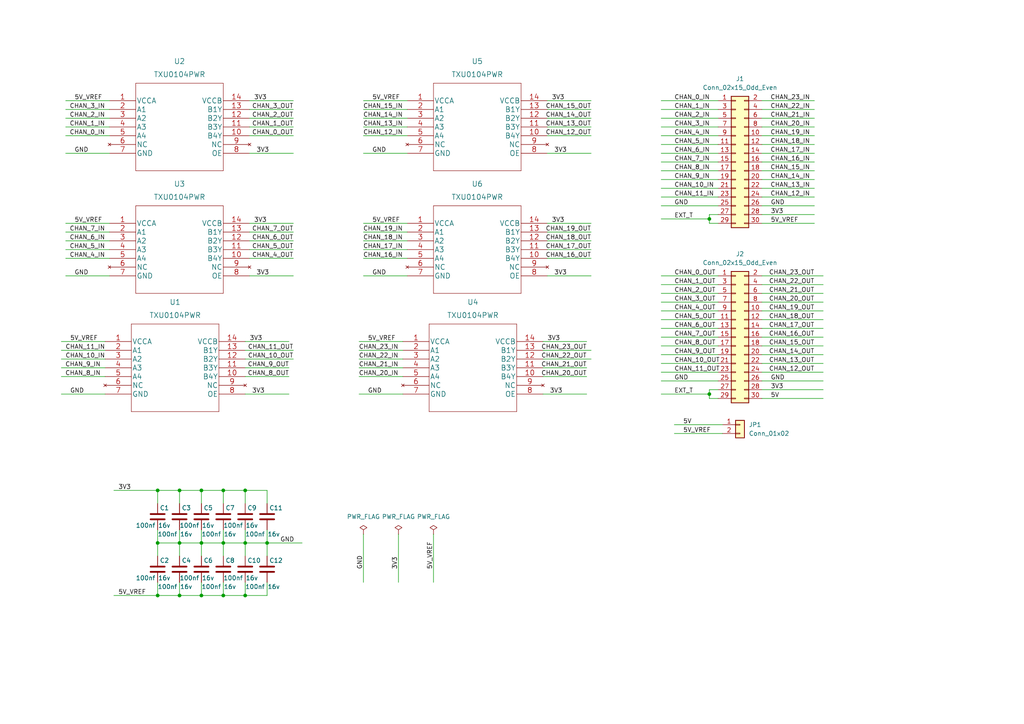
<source format=kicad_sch>
(kicad_sch (version 20211123) (generator eeschema)

  (uuid f8a18c33-bdac-445e-9c91-c1d7dddec742)

  (paper "A4")

  (lib_symbols
    (symbol "2022-06-26_16-28-11:TXU0104PWR" (pin_names (offset 0.254)) (in_bom yes) (on_board yes)
      (property "Reference" "U" (id 0) (at 20.32 10.16 0)
        (effects (font (size 1.524 1.524)))
      )
      (property "Value" "TXU0104PWR" (id 1) (at 20.32 7.62 0)
        (effects (font (size 1.524 1.524)))
      )
      (property "Footprint" "TSSOP_0104PWR_TEX" (id 2) (at 20.32 6.096 0)
        (effects (font (size 1.524 1.524)) hide)
      )
      (property "Datasheet" "" (id 3) (at 0 0 0)
        (effects (font (size 1.524 1.524)))
      )
      (property "ki_locked" "" (id 4) (at 0 0 0)
        (effects (font (size 1.27 1.27)))
      )
      (property "ki_fp_filters" "TSSOP_0104PWR_TEX TSSOP_0104PWR_TEX-M TSSOP_0104PWR_TEX-L" (id 5) (at 0 0 0)
        (effects (font (size 1.27 1.27)) hide)
      )
      (symbol "TXU0104PWR_1_1"
        (polyline
          (pts
            (xy 7.62 -20.32)
            (xy 33.02 -20.32)
          )
          (stroke (width 0.127) (type default) (color 0 0 0 0))
          (fill (type none))
        )
        (polyline
          (pts
            (xy 7.62 5.08)
            (xy 7.62 -20.32)
          )
          (stroke (width 0.127) (type default) (color 0 0 0 0))
          (fill (type none))
        )
        (polyline
          (pts
            (xy 33.02 -20.32)
            (xy 33.02 5.08)
          )
          (stroke (width 0.127) (type default) (color 0 0 0 0))
          (fill (type none))
        )
        (polyline
          (pts
            (xy 33.02 5.08)
            (xy 7.62 5.08)
          )
          (stroke (width 0.127) (type default) (color 0 0 0 0))
          (fill (type none))
        )
        (pin power_in line (at 0 0 0) (length 7.62)
          (name "VCCA" (effects (font (size 1.4986 1.4986))))
          (number "1" (effects (font (size 1.4986 1.4986))))
        )
        (pin bidirectional line (at 40.64 -10.16 180) (length 7.62)
          (name "B4Y" (effects (font (size 1.4986 1.4986))))
          (number "10" (effects (font (size 1.4986 1.4986))))
        )
        (pin bidirectional line (at 40.64 -7.62 180) (length 7.62)
          (name "B3Y" (effects (font (size 1.4986 1.4986))))
          (number "11" (effects (font (size 1.4986 1.4986))))
        )
        (pin bidirectional line (at 40.64 -5.08 180) (length 7.62)
          (name "B2Y" (effects (font (size 1.4986 1.4986))))
          (number "12" (effects (font (size 1.4986 1.4986))))
        )
        (pin bidirectional line (at 40.64 -2.54 180) (length 7.62)
          (name "B1Y" (effects (font (size 1.4986 1.4986))))
          (number "13" (effects (font (size 1.4986 1.4986))))
        )
        (pin power_in line (at 40.64 0 180) (length 7.62)
          (name "VCCB" (effects (font (size 1.4986 1.4986))))
          (number "14" (effects (font (size 1.4986 1.4986))))
        )
        (pin bidirectional line (at 0 -2.54 0) (length 7.62)
          (name "A1" (effects (font (size 1.4986 1.4986))))
          (number "2" (effects (font (size 1.4986 1.4986))))
        )
        (pin bidirectional line (at 0 -5.08 0) (length 7.62)
          (name "A2" (effects (font (size 1.4986 1.4986))))
          (number "3" (effects (font (size 1.4986 1.4986))))
        )
        (pin bidirectional line (at 0 -7.62 0) (length 7.62)
          (name "A3" (effects (font (size 1.4986 1.4986))))
          (number "4" (effects (font (size 1.4986 1.4986))))
        )
        (pin bidirectional line (at 0 -10.16 0) (length 7.62)
          (name "A4" (effects (font (size 1.4986 1.4986))))
          (number "5" (effects (font (size 1.4986 1.4986))))
        )
        (pin no_connect line (at 0 -12.7 0) (length 7.62)
          (name "NC" (effects (font (size 1.4986 1.4986))))
          (number "6" (effects (font (size 1.4986 1.4986))))
        )
        (pin power_in line (at 0 -15.24 0) (length 7.62)
          (name "GND" (effects (font (size 1.4986 1.4986))))
          (number "7" (effects (font (size 1.4986 1.4986))))
        )
        (pin unspecified line (at 40.64 -15.24 180) (length 7.62)
          (name "OE" (effects (font (size 1.4986 1.4986))))
          (number "8" (effects (font (size 1.4986 1.4986))))
        )
        (pin no_connect line (at 40.64 -12.7 180) (length 7.62)
          (name "NC" (effects (font (size 1.4986 1.4986))))
          (number "9" (effects (font (size 1.4986 1.4986))))
        )
      )
    )
    (symbol "Connector_Generic:Conn_01x02" (pin_names (offset 1.016) hide) (in_bom yes) (on_board yes)
      (property "Reference" "J" (id 0) (at 0 2.54 0)
        (effects (font (size 1.27 1.27)))
      )
      (property "Value" "Conn_01x02" (id 1) (at 0 -5.08 0)
        (effects (font (size 1.27 1.27)))
      )
      (property "Footprint" "" (id 2) (at 0 0 0)
        (effects (font (size 1.27 1.27)) hide)
      )
      (property "Datasheet" "~" (id 3) (at 0 0 0)
        (effects (font (size 1.27 1.27)) hide)
      )
      (property "ki_keywords" "connector" (id 4) (at 0 0 0)
        (effects (font (size 1.27 1.27)) hide)
      )
      (property "ki_description" "Generic connector, single row, 01x02, script generated (kicad-library-utils/schlib/autogen/connector/)" (id 5) (at 0 0 0)
        (effects (font (size 1.27 1.27)) hide)
      )
      (property "ki_fp_filters" "Connector*:*_1x??_*" (id 6) (at 0 0 0)
        (effects (font (size 1.27 1.27)) hide)
      )
      (symbol "Conn_01x02_1_1"
        (rectangle (start -1.27 -2.413) (end 0 -2.667)
          (stroke (width 0.1524) (type default) (color 0 0 0 0))
          (fill (type none))
        )
        (rectangle (start -1.27 0.127) (end 0 -0.127)
          (stroke (width 0.1524) (type default) (color 0 0 0 0))
          (fill (type none))
        )
        (rectangle (start -1.27 1.27) (end 1.27 -3.81)
          (stroke (width 0.254) (type default) (color 0 0 0 0))
          (fill (type background))
        )
        (pin passive line (at -5.08 0 0) (length 3.81)
          (name "Pin_1" (effects (font (size 1.27 1.27))))
          (number "1" (effects (font (size 1.27 1.27))))
        )
        (pin passive line (at -5.08 -2.54 0) (length 3.81)
          (name "Pin_2" (effects (font (size 1.27 1.27))))
          (number "2" (effects (font (size 1.27 1.27))))
        )
      )
    )
    (symbol "Connector_Generic:Conn_02x15_Odd_Even" (pin_names (offset 1.016) hide) (in_bom yes) (on_board yes)
      (property "Reference" "J" (id 0) (at 1.27 20.32 0)
        (effects (font (size 1.27 1.27)))
      )
      (property "Value" "Conn_02x15_Odd_Even" (id 1) (at 1.27 -20.32 0)
        (effects (font (size 1.27 1.27)))
      )
      (property "Footprint" "" (id 2) (at 0 0 0)
        (effects (font (size 1.27 1.27)) hide)
      )
      (property "Datasheet" "~" (id 3) (at 0 0 0)
        (effects (font (size 1.27 1.27)) hide)
      )
      (property "ki_keywords" "connector" (id 4) (at 0 0 0)
        (effects (font (size 1.27 1.27)) hide)
      )
      (property "ki_description" "Generic connector, double row, 02x15, odd/even pin numbering scheme (row 1 odd numbers, row 2 even numbers), script generated (kicad-library-utils/schlib/autogen/connector/)" (id 5) (at 0 0 0)
        (effects (font (size 1.27 1.27)) hide)
      )
      (property "ki_fp_filters" "Connector*:*_2x??_*" (id 6) (at 0 0 0)
        (effects (font (size 1.27 1.27)) hide)
      )
      (symbol "Conn_02x15_Odd_Even_1_1"
        (rectangle (start -1.27 -17.653) (end 0 -17.907)
          (stroke (width 0.1524) (type default) (color 0 0 0 0))
          (fill (type none))
        )
        (rectangle (start -1.27 -15.113) (end 0 -15.367)
          (stroke (width 0.1524) (type default) (color 0 0 0 0))
          (fill (type none))
        )
        (rectangle (start -1.27 -12.573) (end 0 -12.827)
          (stroke (width 0.1524) (type default) (color 0 0 0 0))
          (fill (type none))
        )
        (rectangle (start -1.27 -10.033) (end 0 -10.287)
          (stroke (width 0.1524) (type default) (color 0 0 0 0))
          (fill (type none))
        )
        (rectangle (start -1.27 -7.493) (end 0 -7.747)
          (stroke (width 0.1524) (type default) (color 0 0 0 0))
          (fill (type none))
        )
        (rectangle (start -1.27 -4.953) (end 0 -5.207)
          (stroke (width 0.1524) (type default) (color 0 0 0 0))
          (fill (type none))
        )
        (rectangle (start -1.27 -2.413) (end 0 -2.667)
          (stroke (width 0.1524) (type default) (color 0 0 0 0))
          (fill (type none))
        )
        (rectangle (start -1.27 0.127) (end 0 -0.127)
          (stroke (width 0.1524) (type default) (color 0 0 0 0))
          (fill (type none))
        )
        (rectangle (start -1.27 2.667) (end 0 2.413)
          (stroke (width 0.1524) (type default) (color 0 0 0 0))
          (fill (type none))
        )
        (rectangle (start -1.27 5.207) (end 0 4.953)
          (stroke (width 0.1524) (type default) (color 0 0 0 0))
          (fill (type none))
        )
        (rectangle (start -1.27 7.747) (end 0 7.493)
          (stroke (width 0.1524) (type default) (color 0 0 0 0))
          (fill (type none))
        )
        (rectangle (start -1.27 10.287) (end 0 10.033)
          (stroke (width 0.1524) (type default) (color 0 0 0 0))
          (fill (type none))
        )
        (rectangle (start -1.27 12.827) (end 0 12.573)
          (stroke (width 0.1524) (type default) (color 0 0 0 0))
          (fill (type none))
        )
        (rectangle (start -1.27 15.367) (end 0 15.113)
          (stroke (width 0.1524) (type default) (color 0 0 0 0))
          (fill (type none))
        )
        (rectangle (start -1.27 17.907) (end 0 17.653)
          (stroke (width 0.1524) (type default) (color 0 0 0 0))
          (fill (type none))
        )
        (rectangle (start -1.27 19.05) (end 3.81 -19.05)
          (stroke (width 0.254) (type default) (color 0 0 0 0))
          (fill (type background))
        )
        (rectangle (start 3.81 -17.653) (end 2.54 -17.907)
          (stroke (width 0.1524) (type default) (color 0 0 0 0))
          (fill (type none))
        )
        (rectangle (start 3.81 -15.113) (end 2.54 -15.367)
          (stroke (width 0.1524) (type default) (color 0 0 0 0))
          (fill (type none))
        )
        (rectangle (start 3.81 -12.573) (end 2.54 -12.827)
          (stroke (width 0.1524) (type default) (color 0 0 0 0))
          (fill (type none))
        )
        (rectangle (start 3.81 -10.033) (end 2.54 -10.287)
          (stroke (width 0.1524) (type default) (color 0 0 0 0))
          (fill (type none))
        )
        (rectangle (start 3.81 -7.493) (end 2.54 -7.747)
          (stroke (width 0.1524) (type default) (color 0 0 0 0))
          (fill (type none))
        )
        (rectangle (start 3.81 -4.953) (end 2.54 -5.207)
          (stroke (width 0.1524) (type default) (color 0 0 0 0))
          (fill (type none))
        )
        (rectangle (start 3.81 -2.413) (end 2.54 -2.667)
          (stroke (width 0.1524) (type default) (color 0 0 0 0))
          (fill (type none))
        )
        (rectangle (start 3.81 0.127) (end 2.54 -0.127)
          (stroke (width 0.1524) (type default) (color 0 0 0 0))
          (fill (type none))
        )
        (rectangle (start 3.81 2.667) (end 2.54 2.413)
          (stroke (width 0.1524) (type default) (color 0 0 0 0))
          (fill (type none))
        )
        (rectangle (start 3.81 5.207) (end 2.54 4.953)
          (stroke (width 0.1524) (type default) (color 0 0 0 0))
          (fill (type none))
        )
        (rectangle (start 3.81 7.747) (end 2.54 7.493)
          (stroke (width 0.1524) (type default) (color 0 0 0 0))
          (fill (type none))
        )
        (rectangle (start 3.81 10.287) (end 2.54 10.033)
          (stroke (width 0.1524) (type default) (color 0 0 0 0))
          (fill (type none))
        )
        (rectangle (start 3.81 12.827) (end 2.54 12.573)
          (stroke (width 0.1524) (type default) (color 0 0 0 0))
          (fill (type none))
        )
        (rectangle (start 3.81 15.367) (end 2.54 15.113)
          (stroke (width 0.1524) (type default) (color 0 0 0 0))
          (fill (type none))
        )
        (rectangle (start 3.81 17.907) (end 2.54 17.653)
          (stroke (width 0.1524) (type default) (color 0 0 0 0))
          (fill (type none))
        )
        (pin passive line (at -5.08 17.78 0) (length 3.81)
          (name "Pin_1" (effects (font (size 1.27 1.27))))
          (number "1" (effects (font (size 1.27 1.27))))
        )
        (pin passive line (at 7.62 7.62 180) (length 3.81)
          (name "Pin_10" (effects (font (size 1.27 1.27))))
          (number "10" (effects (font (size 1.27 1.27))))
        )
        (pin passive line (at -5.08 5.08 0) (length 3.81)
          (name "Pin_11" (effects (font (size 1.27 1.27))))
          (number "11" (effects (font (size 1.27 1.27))))
        )
        (pin passive line (at 7.62 5.08 180) (length 3.81)
          (name "Pin_12" (effects (font (size 1.27 1.27))))
          (number "12" (effects (font (size 1.27 1.27))))
        )
        (pin passive line (at -5.08 2.54 0) (length 3.81)
          (name "Pin_13" (effects (font (size 1.27 1.27))))
          (number "13" (effects (font (size 1.27 1.27))))
        )
        (pin passive line (at 7.62 2.54 180) (length 3.81)
          (name "Pin_14" (effects (font (size 1.27 1.27))))
          (number "14" (effects (font (size 1.27 1.27))))
        )
        (pin passive line (at -5.08 0 0) (length 3.81)
          (name "Pin_15" (effects (font (size 1.27 1.27))))
          (number "15" (effects (font (size 1.27 1.27))))
        )
        (pin passive line (at 7.62 0 180) (length 3.81)
          (name "Pin_16" (effects (font (size 1.27 1.27))))
          (number "16" (effects (font (size 1.27 1.27))))
        )
        (pin passive line (at -5.08 -2.54 0) (length 3.81)
          (name "Pin_17" (effects (font (size 1.27 1.27))))
          (number "17" (effects (font (size 1.27 1.27))))
        )
        (pin passive line (at 7.62 -2.54 180) (length 3.81)
          (name "Pin_18" (effects (font (size 1.27 1.27))))
          (number "18" (effects (font (size 1.27 1.27))))
        )
        (pin passive line (at -5.08 -5.08 0) (length 3.81)
          (name "Pin_19" (effects (font (size 1.27 1.27))))
          (number "19" (effects (font (size 1.27 1.27))))
        )
        (pin passive line (at 7.62 17.78 180) (length 3.81)
          (name "Pin_2" (effects (font (size 1.27 1.27))))
          (number "2" (effects (font (size 1.27 1.27))))
        )
        (pin passive line (at 7.62 -5.08 180) (length 3.81)
          (name "Pin_20" (effects (font (size 1.27 1.27))))
          (number "20" (effects (font (size 1.27 1.27))))
        )
        (pin passive line (at -5.08 -7.62 0) (length 3.81)
          (name "Pin_21" (effects (font (size 1.27 1.27))))
          (number "21" (effects (font (size 1.27 1.27))))
        )
        (pin passive line (at 7.62 -7.62 180) (length 3.81)
          (name "Pin_22" (effects (font (size 1.27 1.27))))
          (number "22" (effects (font (size 1.27 1.27))))
        )
        (pin passive line (at -5.08 -10.16 0) (length 3.81)
          (name "Pin_23" (effects (font (size 1.27 1.27))))
          (number "23" (effects (font (size 1.27 1.27))))
        )
        (pin passive line (at 7.62 -10.16 180) (length 3.81)
          (name "Pin_24" (effects (font (size 1.27 1.27))))
          (number "24" (effects (font (size 1.27 1.27))))
        )
        (pin passive line (at -5.08 -12.7 0) (length 3.81)
          (name "Pin_25" (effects (font (size 1.27 1.27))))
          (number "25" (effects (font (size 1.27 1.27))))
        )
        (pin passive line (at 7.62 -12.7 180) (length 3.81)
          (name "Pin_26" (effects (font (size 1.27 1.27))))
          (number "26" (effects (font (size 1.27 1.27))))
        )
        (pin passive line (at -5.08 -15.24 0) (length 3.81)
          (name "Pin_27" (effects (font (size 1.27 1.27))))
          (number "27" (effects (font (size 1.27 1.27))))
        )
        (pin passive line (at 7.62 -15.24 180) (length 3.81)
          (name "Pin_28" (effects (font (size 1.27 1.27))))
          (number "28" (effects (font (size 1.27 1.27))))
        )
        (pin passive line (at -5.08 -17.78 0) (length 3.81)
          (name "Pin_29" (effects (font (size 1.27 1.27))))
          (number "29" (effects (font (size 1.27 1.27))))
        )
        (pin passive line (at -5.08 15.24 0) (length 3.81)
          (name "Pin_3" (effects (font (size 1.27 1.27))))
          (number "3" (effects (font (size 1.27 1.27))))
        )
        (pin passive line (at 7.62 -17.78 180) (length 3.81)
          (name "Pin_30" (effects (font (size 1.27 1.27))))
          (number "30" (effects (font (size 1.27 1.27))))
        )
        (pin passive line (at 7.62 15.24 180) (length 3.81)
          (name "Pin_4" (effects (font (size 1.27 1.27))))
          (number "4" (effects (font (size 1.27 1.27))))
        )
        (pin passive line (at -5.08 12.7 0) (length 3.81)
          (name "Pin_5" (effects (font (size 1.27 1.27))))
          (number "5" (effects (font (size 1.27 1.27))))
        )
        (pin passive line (at 7.62 12.7 180) (length 3.81)
          (name "Pin_6" (effects (font (size 1.27 1.27))))
          (number "6" (effects (font (size 1.27 1.27))))
        )
        (pin passive line (at -5.08 10.16 0) (length 3.81)
          (name "Pin_7" (effects (font (size 1.27 1.27))))
          (number "7" (effects (font (size 1.27 1.27))))
        )
        (pin passive line (at 7.62 10.16 180) (length 3.81)
          (name "Pin_8" (effects (font (size 1.27 1.27))))
          (number "8" (effects (font (size 1.27 1.27))))
        )
        (pin passive line (at -5.08 7.62 0) (length 3.81)
          (name "Pin_9" (effects (font (size 1.27 1.27))))
          (number "9" (effects (font (size 1.27 1.27))))
        )
      )
    )
    (symbol "Device:C" (pin_numbers hide) (pin_names (offset 0.254)) (in_bom yes) (on_board yes)
      (property "Reference" "C" (id 0) (at 0.635 2.54 0)
        (effects (font (size 1.27 1.27)) (justify left))
      )
      (property "Value" "C" (id 1) (at 0.635 -2.54 0)
        (effects (font (size 1.27 1.27)) (justify left))
      )
      (property "Footprint" "" (id 2) (at 0.9652 -3.81 0)
        (effects (font (size 1.27 1.27)) hide)
      )
      (property "Datasheet" "~" (id 3) (at 0 0 0)
        (effects (font (size 1.27 1.27)) hide)
      )
      (property "ki_keywords" "cap capacitor" (id 4) (at 0 0 0)
        (effects (font (size 1.27 1.27)) hide)
      )
      (property "ki_description" "Unpolarized capacitor" (id 5) (at 0 0 0)
        (effects (font (size 1.27 1.27)) hide)
      )
      (property "ki_fp_filters" "C_*" (id 6) (at 0 0 0)
        (effects (font (size 1.27 1.27)) hide)
      )
      (symbol "C_0_1"
        (polyline
          (pts
            (xy -2.032 -0.762)
            (xy 2.032 -0.762)
          )
          (stroke (width 0.508) (type default) (color 0 0 0 0))
          (fill (type none))
        )
        (polyline
          (pts
            (xy -2.032 0.762)
            (xy 2.032 0.762)
          )
          (stroke (width 0.508) (type default) (color 0 0 0 0))
          (fill (type none))
        )
      )
      (symbol "C_1_1"
        (pin passive line (at 0 3.81 270) (length 2.794)
          (name "~" (effects (font (size 1.27 1.27))))
          (number "1" (effects (font (size 1.27 1.27))))
        )
        (pin passive line (at 0 -3.81 90) (length 2.794)
          (name "~" (effects (font (size 1.27 1.27))))
          (number "2" (effects (font (size 1.27 1.27))))
        )
      )
    )
    (symbol "power:PWR_FLAG" (power) (pin_numbers hide) (pin_names (offset 0) hide) (in_bom yes) (on_board yes)
      (property "Reference" "#FLG" (id 0) (at 0 1.905 0)
        (effects (font (size 1.27 1.27)) hide)
      )
      (property "Value" "PWR_FLAG" (id 1) (at 0 3.81 0)
        (effects (font (size 1.27 1.27)))
      )
      (property "Footprint" "" (id 2) (at 0 0 0)
        (effects (font (size 1.27 1.27)) hide)
      )
      (property "Datasheet" "~" (id 3) (at 0 0 0)
        (effects (font (size 1.27 1.27)) hide)
      )
      (property "ki_keywords" "power-flag" (id 4) (at 0 0 0)
        (effects (font (size 1.27 1.27)) hide)
      )
      (property "ki_description" "Special symbol for telling ERC where power comes from" (id 5) (at 0 0 0)
        (effects (font (size 1.27 1.27)) hide)
      )
      (symbol "PWR_FLAG_0_0"
        (pin power_out line (at 0 0 90) (length 0)
          (name "pwr" (effects (font (size 1.27 1.27))))
          (number "1" (effects (font (size 1.27 1.27))))
        )
      )
      (symbol "PWR_FLAG_0_1"
        (polyline
          (pts
            (xy 0 0)
            (xy 0 1.27)
            (xy -1.016 1.905)
            (xy 0 2.54)
            (xy 1.016 1.905)
            (xy 0 1.27)
          )
          (stroke (width 0) (type default) (color 0 0 0 0))
          (fill (type none))
        )
      )
    )
  )

  (junction (at 71.12 157.48) (diameter 0) (color 0 0 0 0)
    (uuid 2acdd67f-79ec-4adc-b306-390fb6ff20ea)
  )
  (junction (at 58.42 172.72) (diameter 0) (color 0 0 0 0)
    (uuid 32614eb6-d0d7-4df3-90f8-be06ba52cb4f)
  )
  (junction (at 45.72 142.24) (diameter 0) (color 0 0 0 0)
    (uuid 4626effc-28f2-47e7-b98c-bcc8b32be73b)
  )
  (junction (at 64.77 157.48) (diameter 0) (color 0 0 0 0)
    (uuid 46e060e6-4f12-4189-9ad2-a601d9e66af2)
  )
  (junction (at 71.12 142.24) (diameter 0) (color 0 0 0 0)
    (uuid 4e7d01e3-d188-4d3b-b502-761a139a873a)
  )
  (junction (at 52.07 157.48) (diameter 0) (color 0 0 0 0)
    (uuid 5b85dc40-9a14-4734-bce9-305933518028)
  )
  (junction (at 205.74 63.5) (diameter 0) (color 0 0 0 0)
    (uuid 68fc3517-c5fc-4533-ac19-3cd05cdf11bb)
  )
  (junction (at 45.72 172.72) (diameter 0) (color 0 0 0 0)
    (uuid 8bee4666-a5b7-45db-b345-a79ce40ddecf)
  )
  (junction (at 52.07 142.24) (diameter 0) (color 0 0 0 0)
    (uuid 922b13a5-ac4d-4699-9c19-be1ac83daa2b)
  )
  (junction (at 58.42 157.48) (diameter 0) (color 0 0 0 0)
    (uuid 975e7c5d-b10c-4de8-b17a-851107e840dc)
  )
  (junction (at 58.42 142.24) (diameter 0) (color 0 0 0 0)
    (uuid b040747a-d452-4d9f-8905-b76956472318)
  )
  (junction (at 205.74 114.3) (diameter 0) (color 0 0 0 0)
    (uuid bf648e5a-4326-4f21-b8c5-4a90f92ca1da)
  )
  (junction (at 64.77 142.24) (diameter 0) (color 0 0 0 0)
    (uuid c4c17dc4-4c32-40eb-87b3-cd263f98ab56)
  )
  (junction (at 71.12 172.72) (diameter 0) (color 0 0 0 0)
    (uuid c690ebf6-7699-4898-b2ae-643febad10d2)
  )
  (junction (at 52.07 172.72) (diameter 0) (color 0 0 0 0)
    (uuid c73b7f93-ce75-4706-8379-a93dd92118cb)
  )
  (junction (at 77.47 157.48) (diameter 0) (color 0 0 0 0)
    (uuid e84468d7-6d34-4300-98fa-8c5b97d809e6)
  )
  (junction (at 45.72 157.48) (diameter 0) (color 0 0 0 0)
    (uuid ec6d7081-3a0f-4f2c-9cdb-537b7352c11f)
  )
  (junction (at 64.77 172.72) (diameter 0) (color 0 0 0 0)
    (uuid f6984425-c31e-4baf-9c32-24d8e590d322)
  )

  (wire (pts (xy 191.77 57.15) (xy 208.28 57.15))
    (stroke (width 0) (type default) (color 0 0 0 0))
    (uuid 017cc010-bda9-409d-8ae0-b1d8dc9e3c0a)
  )
  (wire (pts (xy 220.98 92.71) (xy 238.76 92.71))
    (stroke (width 0) (type default) (color 0 0 0 0))
    (uuid 02aa2afc-723e-4d6c-b7f3-b198814e99d8)
  )
  (wire (pts (xy 220.98 100.33) (xy 238.76 100.33))
    (stroke (width 0) (type default) (color 0 0 0 0))
    (uuid 0632debb-924b-47c7-88a0-ad38de196408)
  )
  (wire (pts (xy 158.75 34.29) (xy 171.45 34.29))
    (stroke (width 0) (type default) (color 0 0 0 0))
    (uuid 08595908-af1a-4579-b2b1-a30da9cf3086)
  )
  (wire (pts (xy 220.98 52.07) (xy 236.22 52.07))
    (stroke (width 0) (type default) (color 0 0 0 0))
    (uuid 09bb2f4e-4016-405b-922f-fbdcc93ba296)
  )
  (wire (pts (xy 19.05 44.45) (xy 31.75 44.45))
    (stroke (width 0) (type default) (color 0 0 0 0))
    (uuid 0b25094a-04ab-487d-be6a-9a062fb13a74)
  )
  (wire (pts (xy 19.05 74.93) (xy 31.75 74.93))
    (stroke (width 0) (type default) (color 0 0 0 0))
    (uuid 0b40465f-d9fd-4659-8e14-a8a8832b14c7)
  )
  (wire (pts (xy 191.77 114.3) (xy 205.74 114.3))
    (stroke (width 0) (type default) (color 0 0 0 0))
    (uuid 0bae86f2-2151-4d79-9bb0-755e67810b7d)
  )
  (wire (pts (xy 71.12 104.14) (xy 85.09 104.14))
    (stroke (width 0) (type default) (color 0 0 0 0))
    (uuid 0beb7083-4da5-4dbb-af4f-e5bc1f6cf1be)
  )
  (wire (pts (xy 205.74 113.03) (xy 205.74 114.3))
    (stroke (width 0) (type default) (color 0 0 0 0))
    (uuid 0de7c957-1504-49aa-9251-de8d009efbc6)
  )
  (wire (pts (xy 52.07 172.72) (xy 58.42 172.72))
    (stroke (width 0) (type default) (color 0 0 0 0))
    (uuid 1092a7fc-d621-49cb-a0ec-b4b7d38cab01)
  )
  (wire (pts (xy 191.77 92.71) (xy 208.28 92.71))
    (stroke (width 0) (type default) (color 0 0 0 0))
    (uuid 10aab90e-1945-4bb9-a0a7-0680a9e7496f)
  )
  (wire (pts (xy 191.77 87.63) (xy 208.28 87.63))
    (stroke (width 0) (type default) (color 0 0 0 0))
    (uuid 10f3dce2-72a0-420e-ac01-f457fb8e58e7)
  )
  (wire (pts (xy 104.14 99.06) (xy 116.84 99.06))
    (stroke (width 0) (type default) (color 0 0 0 0))
    (uuid 11ddc816-0f7c-4c60-b1d7-b25f48d4022d)
  )
  (wire (pts (xy 205.74 62.23) (xy 205.74 63.5))
    (stroke (width 0) (type default) (color 0 0 0 0))
    (uuid 12582b5b-054e-4df3-ae5e-ffb1784b9ebc)
  )
  (wire (pts (xy 158.75 80.01) (xy 171.45 80.01))
    (stroke (width 0) (type default) (color 0 0 0 0))
    (uuid 12a41c32-621b-4709-9f8d-947082b2f76b)
  )
  (wire (pts (xy 105.41 67.31) (xy 118.11 67.31))
    (stroke (width 0) (type default) (color 0 0 0 0))
    (uuid 14aaea70-e974-49c6-aa70-2fd96691e8e4)
  )
  (wire (pts (xy 220.98 97.79) (xy 238.76 97.79))
    (stroke (width 0) (type default) (color 0 0 0 0))
    (uuid 197bcb68-24b3-4894-b4e6-dd9c5d48470f)
  )
  (wire (pts (xy 191.77 52.07) (xy 208.28 52.07))
    (stroke (width 0) (type default) (color 0 0 0 0))
    (uuid 1b93edd8-3d98-4e9f-b504-01cac0d308a3)
  )
  (wire (pts (xy 220.98 64.77) (xy 236.22 64.77))
    (stroke (width 0) (type default) (color 0 0 0 0))
    (uuid 1dfd57e6-2750-423f-b47b-e3e12643c855)
  )
  (wire (pts (xy 105.41 69.85) (xy 118.11 69.85))
    (stroke (width 0) (type default) (color 0 0 0 0))
    (uuid 2002a46c-8e1b-4e13-82b5-b15e6bcc6a23)
  )
  (wire (pts (xy 208.28 113.03) (xy 205.74 113.03))
    (stroke (width 0) (type default) (color 0 0 0 0))
    (uuid 23a885ca-4d4a-4145-9618-503f6a59d182)
  )
  (wire (pts (xy 71.12 157.48) (xy 71.12 161.29))
    (stroke (width 0) (type default) (color 0 0 0 0))
    (uuid 25de2a9b-6f32-46ff-a717-aa55fdb9dd74)
  )
  (wire (pts (xy 105.41 39.37) (xy 118.11 39.37))
    (stroke (width 0) (type default) (color 0 0 0 0))
    (uuid 266b42bd-56de-4e23-bf56-2b0a6935262a)
  )
  (wire (pts (xy 58.42 168.91) (xy 58.42 172.72))
    (stroke (width 0) (type default) (color 0 0 0 0))
    (uuid 29206883-79d1-4dcc-b85e-f33b1ff0905d)
  )
  (wire (pts (xy 191.77 90.17) (xy 208.28 90.17))
    (stroke (width 0) (type default) (color 0 0 0 0))
    (uuid 2925ea42-ac97-4320-950f-7ac988e05555)
  )
  (wire (pts (xy 71.12 109.22) (xy 83.82 109.22))
    (stroke (width 0) (type default) (color 0 0 0 0))
    (uuid 29a663c2-1f15-49a2-8234-036d99e51ad5)
  )
  (wire (pts (xy 158.75 64.77) (xy 171.45 64.77))
    (stroke (width 0) (type default) (color 0 0 0 0))
    (uuid 2b7b1c93-0ffb-444b-80bc-f41a1e2a41f7)
  )
  (wire (pts (xy 105.41 80.01) (xy 118.11 80.01))
    (stroke (width 0) (type default) (color 0 0 0 0))
    (uuid 2b908cd5-a167-4bd6-a88d-8fed0a230cd6)
  )
  (wire (pts (xy 64.77 153.67) (xy 64.77 157.48))
    (stroke (width 0) (type default) (color 0 0 0 0))
    (uuid 2d4e6512-b2cc-4a79-9eb5-4100920e12f7)
  )
  (wire (pts (xy 191.77 54.61) (xy 208.28 54.61))
    (stroke (width 0) (type default) (color 0 0 0 0))
    (uuid 2e2793ba-929c-45f1-af39-cafc785281c4)
  )
  (wire (pts (xy 64.77 157.48) (xy 64.77 161.29))
    (stroke (width 0) (type default) (color 0 0 0 0))
    (uuid 2ff828dd-43b8-4706-877c-ce2c76e6e9c1)
  )
  (wire (pts (xy 125.73 154.94) (xy 125.73 168.91))
    (stroke (width 0) (type default) (color 0 0 0 0))
    (uuid 307d821e-a75a-403f-bc10-0f8fbd86f69a)
  )
  (wire (pts (xy 19.05 64.77) (xy 31.75 64.77))
    (stroke (width 0) (type default) (color 0 0 0 0))
    (uuid 318c88f7-e5e6-4e6a-9172-47f04ca43af6)
  )
  (wire (pts (xy 45.72 168.91) (xy 45.72 172.72))
    (stroke (width 0) (type default) (color 0 0 0 0))
    (uuid 3464453d-12cf-4cd5-834e-b70c3be4fe1c)
  )
  (wire (pts (xy 105.41 31.75) (xy 118.11 31.75))
    (stroke (width 0) (type default) (color 0 0 0 0))
    (uuid 3665c82b-d442-4830-848e-9bf64bea8466)
  )
  (wire (pts (xy 220.98 110.49) (xy 238.76 110.49))
    (stroke (width 0) (type default) (color 0 0 0 0))
    (uuid 384d9496-3189-4679-ab30-540ef3c9b3db)
  )
  (wire (pts (xy 71.12 114.3) (xy 83.82 114.3))
    (stroke (width 0) (type default) (color 0 0 0 0))
    (uuid 39ea2474-de5c-43cf-aaa6-b9a8b9ec730b)
  )
  (wire (pts (xy 205.74 64.77) (xy 208.28 64.77))
    (stroke (width 0) (type default) (color 0 0 0 0))
    (uuid 3a3878d6-d283-47fa-91ce-45f0a67bb4bb)
  )
  (wire (pts (xy 220.98 90.17) (xy 238.76 90.17))
    (stroke (width 0) (type default) (color 0 0 0 0))
    (uuid 3a718821-d7c2-496c-87c7-753c5fd80703)
  )
  (wire (pts (xy 191.77 36.83) (xy 208.28 36.83))
    (stroke (width 0) (type default) (color 0 0 0 0))
    (uuid 3b2d7620-5ef8-432e-9196-030da9e24ee1)
  )
  (wire (pts (xy 220.98 87.63) (xy 238.76 87.63))
    (stroke (width 0) (type default) (color 0 0 0 0))
    (uuid 3b81d06a-ce18-4bca-803e-30b2703c3dd0)
  )
  (wire (pts (xy 71.12 157.48) (xy 77.47 157.48))
    (stroke (width 0) (type default) (color 0 0 0 0))
    (uuid 435757f7-7d36-4caa-b90d-200b9c751a1f)
  )
  (wire (pts (xy 45.72 172.72) (xy 52.07 172.72))
    (stroke (width 0) (type default) (color 0 0 0 0))
    (uuid 43a5fc00-3b9d-4777-b42b-5092e60b2838)
  )
  (wire (pts (xy 19.05 67.31) (xy 31.75 67.31))
    (stroke (width 0) (type default) (color 0 0 0 0))
    (uuid 44e36a05-a498-4d95-b80a-f4e9985c8a8b)
  )
  (wire (pts (xy 158.75 69.85) (xy 171.45 69.85))
    (stroke (width 0) (type default) (color 0 0 0 0))
    (uuid 478aa956-0b57-49c7-bac7-c5cfaf89db97)
  )
  (wire (pts (xy 191.77 39.37) (xy 208.28 39.37))
    (stroke (width 0) (type default) (color 0 0 0 0))
    (uuid 49a98df5-3cee-4c7c-b800-d68886d6bf2c)
  )
  (wire (pts (xy 205.74 115.57) (xy 208.28 115.57))
    (stroke (width 0) (type default) (color 0 0 0 0))
    (uuid 49ac9e23-54e7-4773-8f0f-2ee697168f53)
  )
  (wire (pts (xy 58.42 172.72) (xy 64.77 172.72))
    (stroke (width 0) (type default) (color 0 0 0 0))
    (uuid 49d3e7c0-1f39-4c58-8f61-6e3a09c88a9f)
  )
  (wire (pts (xy 64.77 142.24) (xy 64.77 146.05))
    (stroke (width 0) (type default) (color 0 0 0 0))
    (uuid 4a04efb9-dc8b-47e4-9c88-d93244afa851)
  )
  (wire (pts (xy 72.39 29.21) (xy 85.09 29.21))
    (stroke (width 0) (type default) (color 0 0 0 0))
    (uuid 4ade04dc-6dbc-4214-b7db-dac6772cacb6)
  )
  (wire (pts (xy 220.98 46.99) (xy 236.22 46.99))
    (stroke (width 0) (type default) (color 0 0 0 0))
    (uuid 4c2c821a-c29d-4338-ad3f-2c17b86a54dc)
  )
  (wire (pts (xy 72.39 31.75) (xy 85.09 31.75))
    (stroke (width 0) (type default) (color 0 0 0 0))
    (uuid 4e28e1dc-1ff7-44be-8e51-bc63d1212803)
  )
  (wire (pts (xy 58.42 142.24) (xy 64.77 142.24))
    (stroke (width 0) (type default) (color 0 0 0 0))
    (uuid 4f1ac59b-2db3-486c-8577-9f6d7fad8280)
  )
  (wire (pts (xy 77.47 157.48) (xy 87.63 157.48))
    (stroke (width 0) (type default) (color 0 0 0 0))
    (uuid 546b416d-c2af-4e86-b38f-e26c117b0085)
  )
  (wire (pts (xy 191.77 29.21) (xy 208.28 29.21))
    (stroke (width 0) (type default) (color 0 0 0 0))
    (uuid 54f431c1-9739-4c3b-b825-53b517f588b5)
  )
  (wire (pts (xy 19.05 39.37) (xy 31.75 39.37))
    (stroke (width 0) (type default) (color 0 0 0 0))
    (uuid 57712f60-6fe1-4dd4-bab3-bfd969f44202)
  )
  (wire (pts (xy 52.07 142.24) (xy 52.07 146.05))
    (stroke (width 0) (type default) (color 0 0 0 0))
    (uuid 58a0ab28-fc1d-4da5-b563-35693d7be19a)
  )
  (wire (pts (xy 116.84 109.22) (xy 104.14 109.22))
    (stroke (width 0) (type default) (color 0 0 0 0))
    (uuid 5aabacd3-c778-478e-ac83-ff0b79ba0782)
  )
  (wire (pts (xy 191.77 46.99) (xy 208.28 46.99))
    (stroke (width 0) (type default) (color 0 0 0 0))
    (uuid 5c3b74a3-042c-4161-8f2a-1918c3220b20)
  )
  (wire (pts (xy 72.39 44.45) (xy 85.09 44.45))
    (stroke (width 0) (type default) (color 0 0 0 0))
    (uuid 5cd91e0a-127f-4f47-87a9-2faf1d3a719c)
  )
  (wire (pts (xy 191.77 34.29) (xy 208.28 34.29))
    (stroke (width 0) (type default) (color 0 0 0 0))
    (uuid 5d9548cb-1f71-47c9-8e7b-c5a21abea33c)
  )
  (wire (pts (xy 220.98 29.21) (xy 236.22 29.21))
    (stroke (width 0) (type default) (color 0 0 0 0))
    (uuid 5dc21df6-5721-46a6-bc68-64b54e1dfd9e)
  )
  (wire (pts (xy 19.05 34.29) (xy 31.75 34.29))
    (stroke (width 0) (type default) (color 0 0 0 0))
    (uuid 5de89ac8-5859-461f-8979-69dc5f96bf91)
  )
  (wire (pts (xy 71.12 153.67) (xy 71.12 157.48))
    (stroke (width 0) (type default) (color 0 0 0 0))
    (uuid 5df453bf-08a7-419c-8c22-1e22d00cc9be)
  )
  (wire (pts (xy 191.77 107.95) (xy 208.28 107.95))
    (stroke (width 0) (type default) (color 0 0 0 0))
    (uuid 60a7e4fa-717c-4bf2-b696-7f542bd3a1b0)
  )
  (wire (pts (xy 30.48 109.22) (xy 17.78 109.22))
    (stroke (width 0) (type default) (color 0 0 0 0))
    (uuid 61abe7a0-3a4e-442f-b67b-ba945ae2a70a)
  )
  (wire (pts (xy 158.75 36.83) (xy 171.45 36.83))
    (stroke (width 0) (type default) (color 0 0 0 0))
    (uuid 636b938e-a83e-4394-9f5b-006af1ff3b46)
  )
  (wire (pts (xy 30.48 106.68) (xy 17.78 106.68))
    (stroke (width 0) (type default) (color 0 0 0 0))
    (uuid 65699dee-1842-4962-8d82-1aa2fb016c5f)
  )
  (wire (pts (xy 52.07 168.91) (xy 52.07 172.72))
    (stroke (width 0) (type default) (color 0 0 0 0))
    (uuid 66380a9d-edeb-45c4-92a3-8826bb46a444)
  )
  (wire (pts (xy 19.05 72.39) (xy 31.75 72.39))
    (stroke (width 0) (type default) (color 0 0 0 0))
    (uuid 669c1910-a49c-4eb9-9b06-3e9c56038b35)
  )
  (wire (pts (xy 191.77 82.55) (xy 208.28 82.55))
    (stroke (width 0) (type default) (color 0 0 0 0))
    (uuid 66d8307c-a52c-4475-91bd-9418fc1db8cb)
  )
  (wire (pts (xy 208.28 62.23) (xy 205.74 62.23))
    (stroke (width 0) (type default) (color 0 0 0 0))
    (uuid 68265af4-83ed-462d-94c9-7aa767d6a521)
  )
  (wire (pts (xy 105.41 29.21) (xy 118.11 29.21))
    (stroke (width 0) (type default) (color 0 0 0 0))
    (uuid 6929de57-a528-49e9-a516-668ffe5f9999)
  )
  (wire (pts (xy 52.07 157.48) (xy 52.07 161.29))
    (stroke (width 0) (type default) (color 0 0 0 0))
    (uuid 6a645b21-20ba-4b3f-a9d6-54e75927e3ac)
  )
  (wire (pts (xy 64.77 157.48) (xy 71.12 157.48))
    (stroke (width 0) (type default) (color 0 0 0 0))
    (uuid 6fe8fa32-32ab-40d4-b1c2-f8724ff54f1f)
  )
  (wire (pts (xy 45.72 157.48) (xy 52.07 157.48))
    (stroke (width 0) (type default) (color 0 0 0 0))
    (uuid 71332070-8fec-44c9-9f4b-19b5d14785d9)
  )
  (wire (pts (xy 104.14 114.3) (xy 116.84 114.3))
    (stroke (width 0) (type default) (color 0 0 0 0))
    (uuid 72f9e38e-6b7e-45ee-b753-0f0440199cea)
  )
  (wire (pts (xy 77.47 168.91) (xy 77.47 172.72))
    (stroke (width 0) (type default) (color 0 0 0 0))
    (uuid 737457d6-f289-4529-a90e-0f383bf4ec14)
  )
  (wire (pts (xy 77.47 146.05) (xy 77.47 142.24))
    (stroke (width 0) (type default) (color 0 0 0 0))
    (uuid 758d1314-0e90-4c96-838f-b82e8b048db3)
  )
  (wire (pts (xy 33.02 142.24) (xy 45.72 142.24))
    (stroke (width 0) (type default) (color 0 0 0 0))
    (uuid 76698f42-e6c1-4a1d-bcbe-514e192ae51a)
  )
  (wire (pts (xy 191.77 110.49) (xy 208.28 110.49))
    (stroke (width 0) (type default) (color 0 0 0 0))
    (uuid 798f7fb0-4ce9-45b5-a05a-cf08b425b313)
  )
  (wire (pts (xy 220.98 95.25) (xy 238.76 95.25))
    (stroke (width 0) (type default) (color 0 0 0 0))
    (uuid 7b521306-bd1d-4dcb-8dd7-e50c40adee38)
  )
  (wire (pts (xy 220.98 57.15) (xy 236.22 57.15))
    (stroke (width 0) (type default) (color 0 0 0 0))
    (uuid 7cecc63c-48fa-4634-8c97-d56136d96d15)
  )
  (wire (pts (xy 220.98 85.09) (xy 238.76 85.09))
    (stroke (width 0) (type default) (color 0 0 0 0))
    (uuid 7ff6e72d-92d2-4ff9-bb22-8c5267b456dd)
  )
  (wire (pts (xy 157.48 104.14) (xy 171.45 104.14))
    (stroke (width 0) (type default) (color 0 0 0 0))
    (uuid 803f3663-b18d-4001-95b4-30abff61c2a2)
  )
  (wire (pts (xy 220.98 49.53) (xy 236.22 49.53))
    (stroke (width 0) (type default) (color 0 0 0 0))
    (uuid 810846b7-2b8e-40cb-9c38-9a9f000bd134)
  )
  (wire (pts (xy 157.48 109.22) (xy 170.18 109.22))
    (stroke (width 0) (type default) (color 0 0 0 0))
    (uuid 83959d88-1692-4368-89fc-ccfa70062bd8)
  )
  (wire (pts (xy 157.48 106.68) (xy 170.18 106.68))
    (stroke (width 0) (type default) (color 0 0 0 0))
    (uuid 852110af-be4f-4e36-88d3-1d008183d09f)
  )
  (wire (pts (xy 105.41 36.83) (xy 118.11 36.83))
    (stroke (width 0) (type default) (color 0 0 0 0))
    (uuid 85383a4a-df61-421c-90b2-d6feb6aa94c6)
  )
  (wire (pts (xy 191.77 95.25) (xy 208.28 95.25))
    (stroke (width 0) (type default) (color 0 0 0 0))
    (uuid 8565812b-4e46-4a53-9165-ba126f7c4069)
  )
  (wire (pts (xy 71.12 142.24) (xy 71.12 146.05))
    (stroke (width 0) (type default) (color 0 0 0 0))
    (uuid 8586134f-3c30-4200-8a88-b71075db9f5a)
  )
  (wire (pts (xy 191.77 100.33) (xy 208.28 100.33))
    (stroke (width 0) (type default) (color 0 0 0 0))
    (uuid 85b45f9a-7a39-40a9-a147-7c78e0ae9a36)
  )
  (wire (pts (xy 58.42 157.48) (xy 58.42 161.29))
    (stroke (width 0) (type default) (color 0 0 0 0))
    (uuid 88d3cbe5-cac2-4f8c-a7ef-a5ffe748e648)
  )
  (wire (pts (xy 72.39 36.83) (xy 85.09 36.83))
    (stroke (width 0) (type default) (color 0 0 0 0))
    (uuid 89760f45-e536-4887-8023-33393a64cc9f)
  )
  (wire (pts (xy 157.48 101.6) (xy 171.45 101.6))
    (stroke (width 0) (type default) (color 0 0 0 0))
    (uuid 89ee011c-7bfb-4d36-b3c8-756b011feefe)
  )
  (wire (pts (xy 191.77 31.75) (xy 208.28 31.75))
    (stroke (width 0) (type default) (color 0 0 0 0))
    (uuid 8af9de7b-56b4-41cc-b821-60d8b67feca8)
  )
  (wire (pts (xy 115.57 154.94) (xy 115.57 168.91))
    (stroke (width 0) (type default) (color 0 0 0 0))
    (uuid 8cda731c-c12d-410e-928b-25c2d23e5a08)
  )
  (wire (pts (xy 158.75 74.93) (xy 171.45 74.93))
    (stroke (width 0) (type default) (color 0 0 0 0))
    (uuid 9056521e-b244-469a-ba8b-9e1553523fc6)
  )
  (wire (pts (xy 191.77 63.5) (xy 205.74 63.5))
    (stroke (width 0) (type default) (color 0 0 0 0))
    (uuid 909e76d0-cd1f-4a19-9b71-c0b467c41125)
  )
  (wire (pts (xy 220.98 80.01) (xy 238.76 80.01))
    (stroke (width 0) (type default) (color 0 0 0 0))
    (uuid 91868ff3-8e0c-4ef2-84fd-4521912ed265)
  )
  (wire (pts (xy 58.42 142.24) (xy 58.42 146.05))
    (stroke (width 0) (type default) (color 0 0 0 0))
    (uuid 956742d3-3a59-48ba-86fe-abab5e5db250)
  )
  (wire (pts (xy 19.05 36.83) (xy 31.75 36.83))
    (stroke (width 0) (type default) (color 0 0 0 0))
    (uuid 957e6203-bcf4-48b8-8bfe-2599cd97c7e0)
  )
  (wire (pts (xy 72.39 67.31) (xy 85.09 67.31))
    (stroke (width 0) (type default) (color 0 0 0 0))
    (uuid 95b00b93-c9aa-4bb3-b268-deecd8d8a42e)
  )
  (wire (pts (xy 71.12 172.72) (xy 77.47 172.72))
    (stroke (width 0) (type default) (color 0 0 0 0))
    (uuid 95e1eae4-b60c-4097-bb86-85c41fc9e35a)
  )
  (wire (pts (xy 33.02 172.72) (xy 45.72 172.72))
    (stroke (width 0) (type default) (color 0 0 0 0))
    (uuid 96ee87d8-f55d-493e-b546-81bf54cb3521)
  )
  (wire (pts (xy 191.77 49.53) (xy 208.28 49.53))
    (stroke (width 0) (type default) (color 0 0 0 0))
    (uuid 9ede94d1-1feb-4517-92e6-b8f20bafd312)
  )
  (wire (pts (xy 158.75 31.75) (xy 171.45 31.75))
    (stroke (width 0) (type default) (color 0 0 0 0))
    (uuid a1658a15-b815-40e3-a447-6bea751ba325)
  )
  (wire (pts (xy 158.75 44.45) (xy 171.45 44.45))
    (stroke (width 0) (type default) (color 0 0 0 0))
    (uuid a3973864-311f-4338-a718-fb2559f7da81)
  )
  (wire (pts (xy 191.77 44.45) (xy 208.28 44.45))
    (stroke (width 0) (type default) (color 0 0 0 0))
    (uuid a8facd03-48e8-4bad-920f-05feb5fa5151)
  )
  (wire (pts (xy 220.98 36.83) (xy 236.22 36.83))
    (stroke (width 0) (type default) (color 0 0 0 0))
    (uuid ab7bde7b-88a3-4281-93a7-02764492f31f)
  )
  (wire (pts (xy 220.98 41.91) (xy 236.22 41.91))
    (stroke (width 0) (type default) (color 0 0 0 0))
    (uuid ae7757fe-32a6-4442-8dec-d1b3f1592616)
  )
  (wire (pts (xy 220.98 115.57) (xy 238.76 115.57))
    (stroke (width 0) (type default) (color 0 0 0 0))
    (uuid b04ee077-b596-4567-a9d0-522e69ac19e6)
  )
  (wire (pts (xy 45.72 153.67) (xy 45.72 157.48))
    (stroke (width 0) (type default) (color 0 0 0 0))
    (uuid b0d70e12-75b9-482f-af86-b846159079e7)
  )
  (wire (pts (xy 105.41 34.29) (xy 118.11 34.29))
    (stroke (width 0) (type default) (color 0 0 0 0))
    (uuid b1b57571-5e28-4218-8120-d999e0517b48)
  )
  (wire (pts (xy 19.05 69.85) (xy 31.75 69.85))
    (stroke (width 0) (type default) (color 0 0 0 0))
    (uuid b1d33ed5-c2e2-4240-8597-e0d384216b4a)
  )
  (wire (pts (xy 220.98 105.41) (xy 238.76 105.41))
    (stroke (width 0) (type default) (color 0 0 0 0))
    (uuid b5ff3f55-cea3-4748-879d-af06b37815e3)
  )
  (wire (pts (xy 72.39 34.29) (xy 85.09 34.29))
    (stroke (width 0) (type default) (color 0 0 0 0))
    (uuid b69f53f8-1271-4595-a229-b2c64d01acdb)
  )
  (wire (pts (xy 72.39 69.85) (xy 85.09 69.85))
    (stroke (width 0) (type default) (color 0 0 0 0))
    (uuid b7ad54c7-f1c5-4066-92a7-5d643314cda9)
  )
  (wire (pts (xy 220.98 113.03) (xy 238.76 113.03))
    (stroke (width 0) (type default) (color 0 0 0 0))
    (uuid b8489324-d664-49a0-a79c-28cf0b94d4f2)
  )
  (wire (pts (xy 64.77 168.91) (xy 64.77 172.72))
    (stroke (width 0) (type default) (color 0 0 0 0))
    (uuid b8d8f2e0-1ae7-4564-a7e2-44ac5ef69e53)
  )
  (wire (pts (xy 220.98 62.23) (xy 236.22 62.23))
    (stroke (width 0) (type default) (color 0 0 0 0))
    (uuid b9e9c933-22fa-4d2d-a4d0-dc3c11362cff)
  )
  (wire (pts (xy 191.77 102.87) (xy 208.28 102.87))
    (stroke (width 0) (type default) (color 0 0 0 0))
    (uuid b9f3f397-8cd0-4c4e-b7ed-dc334550a099)
  )
  (wire (pts (xy 71.12 168.91) (xy 71.12 172.72))
    (stroke (width 0) (type default) (color 0 0 0 0))
    (uuid bb0c0718-d71d-41f8-b234-a2413255df03)
  )
  (wire (pts (xy 209.55 123.19) (xy 195.58 123.19))
    (stroke (width 0) (type default) (color 0 0 0 0))
    (uuid bd7cf846-8d28-4e1a-ae61-50e50b6e7a9b)
  )
  (wire (pts (xy 72.39 72.39) (xy 85.09 72.39))
    (stroke (width 0) (type default) (color 0 0 0 0))
    (uuid be17fad4-1ec6-40e7-8ae6-a41371ef7f3c)
  )
  (wire (pts (xy 19.05 31.75) (xy 31.75 31.75))
    (stroke (width 0) (type default) (color 0 0 0 0))
    (uuid bf466355-9a0e-44d7-b953-c8f283af2f1c)
  )
  (wire (pts (xy 30.48 101.6) (xy 17.78 101.6))
    (stroke (width 0) (type default) (color 0 0 0 0))
    (uuid bf57d18c-021e-4857-a56f-9026b60ef38d)
  )
  (wire (pts (xy 158.75 29.21) (xy 171.45 29.21))
    (stroke (width 0) (type default) (color 0 0 0 0))
    (uuid bfe41ca1-1a78-4a62-8787-b0d3a15c8de0)
  )
  (wire (pts (xy 64.77 172.72) (xy 71.12 172.72))
    (stroke (width 0) (type default) (color 0 0 0 0))
    (uuid c29c0ede-084a-4dd9-ad6d-fb4fed8039cf)
  )
  (wire (pts (xy 158.75 39.37) (xy 171.45 39.37))
    (stroke (width 0) (type default) (color 0 0 0 0))
    (uuid c3167ec1-5e0c-41bc-b2ba-116bf6cd63df)
  )
  (wire (pts (xy 158.75 67.31) (xy 171.45 67.31))
    (stroke (width 0) (type default) (color 0 0 0 0))
    (uuid c43f350f-959b-4ace-99e2-b0a5d0d4b386)
  )
  (wire (pts (xy 17.78 114.3) (xy 30.48 114.3))
    (stroke (width 0) (type default) (color 0 0 0 0))
    (uuid c4687491-db62-4501-94a6-269879c0183c)
  )
  (wire (pts (xy 116.84 106.68) (xy 104.14 106.68))
    (stroke (width 0) (type default) (color 0 0 0 0))
    (uuid c75ef07f-a1cb-41e3-855c-ae52c688472a)
  )
  (wire (pts (xy 45.72 142.24) (xy 45.72 146.05))
    (stroke (width 0) (type default) (color 0 0 0 0))
    (uuid ca15ba38-7040-4aa1-aa8f-420218bd6ac7)
  )
  (wire (pts (xy 72.39 80.01) (xy 85.09 80.01))
    (stroke (width 0) (type default) (color 0 0 0 0))
    (uuid cbb90519-4a75-44b2-a222-599b333a2dfb)
  )
  (wire (pts (xy 220.98 39.37) (xy 236.22 39.37))
    (stroke (width 0) (type default) (color 0 0 0 0))
    (uuid ce489faf-45da-44c4-8c7e-abb7ca7b8c49)
  )
  (wire (pts (xy 158.75 72.39) (xy 171.45 72.39))
    (stroke (width 0) (type default) (color 0 0 0 0))
    (uuid ce7c88bc-6c88-45a2-8cab-40500ccb0381)
  )
  (wire (pts (xy 52.07 142.24) (xy 58.42 142.24))
    (stroke (width 0) (type default) (color 0 0 0 0))
    (uuid cf20d9d8-c3ef-4c7f-9ec5-7fc8bc8980ec)
  )
  (wire (pts (xy 191.77 97.79) (xy 208.28 97.79))
    (stroke (width 0) (type default) (color 0 0 0 0))
    (uuid cf316395-0128-4491-a8da-7421f8ffeb8e)
  )
  (wire (pts (xy 72.39 74.93) (xy 85.09 74.93))
    (stroke (width 0) (type default) (color 0 0 0 0))
    (uuid cf5547bb-6afe-4a66-9727-60404d089a25)
  )
  (wire (pts (xy 52.07 157.48) (xy 58.42 157.48))
    (stroke (width 0) (type default) (color 0 0 0 0))
    (uuid cfd88d9b-9ccd-4d0d-adcd-ecc1767a7cda)
  )
  (wire (pts (xy 30.48 104.14) (xy 17.78 104.14))
    (stroke (width 0) (type default) (color 0 0 0 0))
    (uuid d16bbb2e-0a42-46b2-9292-19324d6ec57f)
  )
  (wire (pts (xy 220.98 59.69) (xy 236.22 59.69))
    (stroke (width 0) (type default) (color 0 0 0 0))
    (uuid d1900729-d56b-4976-aa55-9cc260dc60e7)
  )
  (wire (pts (xy 191.77 80.01) (xy 208.28 80.01))
    (stroke (width 0) (type default) (color 0 0 0 0))
    (uuid d290de5b-0dda-4950-8d84-934ae9243a67)
  )
  (wire (pts (xy 220.98 82.55) (xy 238.76 82.55))
    (stroke (width 0) (type default) (color 0 0 0 0))
    (uuid d4db5dbf-0290-46e9-a849-0c5b0112c709)
  )
  (wire (pts (xy 71.12 106.68) (xy 83.82 106.68))
    (stroke (width 0) (type default) (color 0 0 0 0))
    (uuid d768e820-5e12-47ad-a738-7a59beb9875f)
  )
  (wire (pts (xy 220.98 34.29) (xy 236.22 34.29))
    (stroke (width 0) (type default) (color 0 0 0 0))
    (uuid d772445e-79a4-40ca-8be6-962c7733451f)
  )
  (wire (pts (xy 157.48 114.3) (xy 170.18 114.3))
    (stroke (width 0) (type default) (color 0 0 0 0))
    (uuid d8788ff6-715d-42aa-ac97-2735cb63b005)
  )
  (wire (pts (xy 105.41 72.39) (xy 118.11 72.39))
    (stroke (width 0) (type default) (color 0 0 0 0))
    (uuid d879d3c1-511f-46cf-a23e-63e7174fb346)
  )
  (wire (pts (xy 77.47 153.67) (xy 77.47 157.48))
    (stroke (width 0) (type default) (color 0 0 0 0))
    (uuid d8f132dd-0b48-4533-9bdb-52340049202d)
  )
  (wire (pts (xy 45.72 157.48) (xy 45.72 161.29))
    (stroke (width 0) (type default) (color 0 0 0 0))
    (uuid d97a29f5-1046-4ac7-8577-94e1ab5605a2)
  )
  (wire (pts (xy 105.41 64.77) (xy 118.11 64.77))
    (stroke (width 0) (type default) (color 0 0 0 0))
    (uuid d9f4ad26-b8e1-4f06-aefc-cf7f6395e6f6)
  )
  (wire (pts (xy 52.07 153.67) (xy 52.07 157.48))
    (stroke (width 0) (type default) (color 0 0 0 0))
    (uuid dbff2aed-3883-4bec-b84d-fede0ea69a94)
  )
  (wire (pts (xy 116.84 104.14) (xy 104.14 104.14))
    (stroke (width 0) (type default) (color 0 0 0 0))
    (uuid dcb98d75-6b26-4a53-b8ed-c88ae44c37b8)
  )
  (wire (pts (xy 209.55 125.73) (xy 195.58 125.73))
    (stroke (width 0) (type default) (color 0 0 0 0))
    (uuid dd023aaf-a717-4794-94cb-d4b3aea5f581)
  )
  (wire (pts (xy 58.42 153.67) (xy 58.42 157.48))
    (stroke (width 0) (type default) (color 0 0 0 0))
    (uuid de4ed691-d15f-437f-a9c7-c2b7242fe223)
  )
  (wire (pts (xy 220.98 44.45) (xy 236.22 44.45))
    (stroke (width 0) (type default) (color 0 0 0 0))
    (uuid e1405b7a-770b-42d2-ae4a-4438722a864a)
  )
  (wire (pts (xy 17.78 99.06) (xy 30.48 99.06))
    (stroke (width 0) (type default) (color 0 0 0 0))
    (uuid e2034a85-ec63-4816-93c6-75dcfd10a520)
  )
  (wire (pts (xy 220.98 107.95) (xy 238.76 107.95))
    (stroke (width 0) (type default) (color 0 0 0 0))
    (uuid e234e5ad-05e1-4877-a7ee-0bdaf377f2c1)
  )
  (wire (pts (xy 71.12 99.06) (xy 83.82 99.06))
    (stroke (width 0) (type default) (color 0 0 0 0))
    (uuid e38ef48a-2be9-4ffc-909d-0981dafcad34)
  )
  (wire (pts (xy 220.98 102.87) (xy 238.76 102.87))
    (stroke (width 0) (type default) (color 0 0 0 0))
    (uuid e40bc09d-1671-4017-a62c-99784323a785)
  )
  (wire (pts (xy 191.77 59.69) (xy 208.28 59.69))
    (stroke (width 0) (type default) (color 0 0 0 0))
    (uuid e447a689-7b02-4985-9561-0a86303d6715)
  )
  (wire (pts (xy 105.41 74.93) (xy 118.11 74.93))
    (stroke (width 0) (type default) (color 0 0 0 0))
    (uuid e612abea-0302-47ba-8c00-239d06607345)
  )
  (wire (pts (xy 105.41 44.45) (xy 118.11 44.45))
    (stroke (width 0) (type default) (color 0 0 0 0))
    (uuid e62102f7-8413-453c-871e-3a05eb7c0510)
  )
  (wire (pts (xy 191.77 41.91) (xy 208.28 41.91))
    (stroke (width 0) (type default) (color 0 0 0 0))
    (uuid e89325a1-ed09-4afc-b0d8-ea4c3dbeea61)
  )
  (wire (pts (xy 220.98 31.75) (xy 236.22 31.75))
    (stroke (width 0) (type default) (color 0 0 0 0))
    (uuid e8db007b-c76d-49a4-bd73-7711663bf31c)
  )
  (wire (pts (xy 72.39 64.77) (xy 85.09 64.77))
    (stroke (width 0) (type default) (color 0 0 0 0))
    (uuid e8e6982d-0692-4853-8bfa-858cde986547)
  )
  (wire (pts (xy 105.41 154.94) (xy 105.41 168.91))
    (stroke (width 0) (type default) (color 0 0 0 0))
    (uuid e93f0e53-a0ed-4849-9b10-12d8a54f1055)
  )
  (wire (pts (xy 58.42 157.48) (xy 64.77 157.48))
    (stroke (width 0) (type default) (color 0 0 0 0))
    (uuid efa002e8-621d-41f0-9014-a7bebf57a1bc)
  )
  (wire (pts (xy 77.47 157.48) (xy 77.47 161.29))
    (stroke (width 0) (type default) (color 0 0 0 0))
    (uuid f0f83290-2974-427d-a25d-3dc4cfeb5330)
  )
  (wire (pts (xy 64.77 142.24) (xy 71.12 142.24))
    (stroke (width 0) (type default) (color 0 0 0 0))
    (uuid f15163ba-bf32-45ee-90ba-ca4993fab62f)
  )
  (wire (pts (xy 220.98 54.61) (xy 236.22 54.61))
    (stroke (width 0) (type default) (color 0 0 0 0))
    (uuid f1f470e5-7404-4d75-9082-66d43f2081e0)
  )
  (wire (pts (xy 205.74 114.3) (xy 205.74 115.57))
    (stroke (width 0) (type default) (color 0 0 0 0))
    (uuid f2b3ab0b-47ea-4497-8ca7-db6380771676)
  )
  (wire (pts (xy 191.77 85.09) (xy 208.28 85.09))
    (stroke (width 0) (type default) (color 0 0 0 0))
    (uuid f3babc68-41f9-4667-bd68-6eda52457174)
  )
  (wire (pts (xy 205.74 63.5) (xy 205.74 64.77))
    (stroke (width 0) (type default) (color 0 0 0 0))
    (uuid f42b828a-bbfa-49b8-a35f-75195930fd01)
  )
  (wire (pts (xy 72.39 39.37) (xy 85.09 39.37))
    (stroke (width 0) (type default) (color 0 0 0 0))
    (uuid f546b9f1-a71c-41d2-a6d3-f582370e67d7)
  )
  (wire (pts (xy 157.48 99.06) (xy 170.18 99.06))
    (stroke (width 0) (type default) (color 0 0 0 0))
    (uuid f589a779-5c87-4752-8a3d-9e95f0f4a39d)
  )
  (wire (pts (xy 19.05 80.01) (xy 31.75 80.01))
    (stroke (width 0) (type default) (color 0 0 0 0))
    (uuid f910043f-4b7b-4003-9294-be99dc9857b4)
  )
  (wire (pts (xy 191.77 105.41) (xy 208.28 105.41))
    (stroke (width 0) (type default) (color 0 0 0 0))
    (uuid f9f2f4a8-01bf-4891-a45f-d84336be56b4)
  )
  (wire (pts (xy 116.84 101.6) (xy 104.14 101.6))
    (stroke (width 0) (type default) (color 0 0 0 0))
    (uuid f9f877f5-e37d-4fad-9a70-155a8edfd097)
  )
  (wire (pts (xy 45.72 142.24) (xy 52.07 142.24))
    (stroke (width 0) (type default) (color 0 0 0 0))
    (uuid fa95f1da-3faa-47d1-8c66-b2635b64926c)
  )
  (wire (pts (xy 71.12 101.6) (xy 85.09 101.6))
    (stroke (width 0) (type default) (color 0 0 0 0))
    (uuid fccb13f8-ef03-4bdd-8490-cf19edc3454d)
  )
  (wire (pts (xy 71.12 142.24) (xy 77.47 142.24))
    (stroke (width 0) (type default) (color 0 0 0 0))
    (uuid fed26cbe-f81e-4119-bfe7-c608e55642f4)
  )
  (wire (pts (xy 19.05 29.21) (xy 31.75 29.21))
    (stroke (width 0) (type default) (color 0 0 0 0))
    (uuid ff7c26d4-5d88-4c46-a969-2b4668f8bbb4)
  )

  (label "CHAN_8_IN" (at 29.21 109.22 180)
    (effects (font (size 1.27 1.27)) (justify right bottom))
    (uuid 02113c3b-976f-4ed2-942b-249ccdffeb48)
  )
  (label "CHAN_9_IN" (at 29.21 106.68 180)
    (effects (font (size 1.27 1.27)) (justify right bottom))
    (uuid 0406cb0c-d781-490f-a493-60ad44757f13)
  )
  (label "3V3" (at 34.29 142.24 0)
    (effects (font (size 1.27 1.27)) (justify left bottom))
    (uuid 04d275cc-55e1-462a-967d-d490e28248a4)
  )
  (label "CHAN_3_IN" (at 195.58 36.83 0)
    (effects (font (size 1.27 1.27)) (justify left bottom))
    (uuid 0583b89a-dfe1-46a3-a21f-44082a4fab3f)
  )
  (label "CHAN_12_OUT" (at 236.22 107.95 180)
    (effects (font (size 1.27 1.27)) (justify right bottom))
    (uuid 067063ef-affc-4d22-8463-eb3e4abccdc8)
  )
  (label "3V3" (at 115.57 165.1 90)
    (effects (font (size 1.27 1.27)) (justify left bottom))
    (uuid 07985846-c645-416c-a132-3b64067adc30)
  )
  (label "GND" (at 21.59 44.45 0)
    (effects (font (size 1.27 1.27)) (justify left bottom))
    (uuid 0a76bb6c-2a79-43ed-8da1-2d4e82b14496)
  )
  (label "CHAN_3_OUT" (at 85.09 31.75 180)
    (effects (font (size 1.27 1.27)) (justify right bottom))
    (uuid 0b0cbb33-40eb-4191-a896-a3fd03f02af1)
  )
  (label "CHAN_19_OUT" (at 171.45 67.31 180)
    (effects (font (size 1.27 1.27)) (justify right bottom))
    (uuid 0b9077a1-b269-4aa9-aaed-746706b0433a)
  )
  (label "CHAN_7_OUT" (at 195.58 97.79 0)
    (effects (font (size 1.27 1.27)) (justify left bottom))
    (uuid 0c0c5c9c-f17e-4817-bf4d-c4b5d6d230f6)
  )
  (label "CHAN_9_IN" (at 195.58 52.07 0)
    (effects (font (size 1.27 1.27)) (justify left bottom))
    (uuid 0fb17b63-cbcc-4dfe-8779-09b3c8cad269)
  )
  (label "5V_VREF" (at 21.59 29.21 0)
    (effects (font (size 1.27 1.27)) (justify left bottom))
    (uuid 10966470-f4b3-40a6-97a6-0f767771acc0)
  )
  (label "CHAN_16_OUT" (at 171.45 74.93 180)
    (effects (font (size 1.27 1.27)) (justify right bottom))
    (uuid 12aa449c-5163-4205-96c0-182933fdf6a7)
  )
  (label "CHAN_23_IN" (at 115.57 101.6 180)
    (effects (font (size 1.27 1.27)) (justify right bottom))
    (uuid 12e3194d-c140-4d2f-8b52-4c2b40f6e5ef)
  )
  (label "CHAN_12_IN" (at 116.84 39.37 180)
    (effects (font (size 1.27 1.27)) (justify right bottom))
    (uuid 130b8d97-84bf-49f0-8f83-80a1750f718c)
  )
  (label "CHAN_5_IN" (at 195.58 41.91 0)
    (effects (font (size 1.27 1.27)) (justify left bottom))
    (uuid 1579e048-66f4-4de8-aab9-56da6517aca6)
  )
  (label "CHAN_20_IN" (at 234.95 36.83 180)
    (effects (font (size 1.27 1.27)) (justify right bottom))
    (uuid 18f21aac-4a87-43d3-a1a2-26b77828a930)
  )
  (label "CHAN_11_IN" (at 30.48 101.6 180)
    (effects (font (size 1.27 1.27)) (justify right bottom))
    (uuid 19ea456c-902e-4a77-b7a0-58dab73d4b39)
  )
  (label "CHAN_6_OUT" (at 85.09 69.85 180)
    (effects (font (size 1.27 1.27)) (justify right bottom))
    (uuid 1e692ce0-7fee-4d44-9679-c6ff1c63af40)
  )
  (label "3V3" (at 73.66 29.21 0)
    (effects (font (size 1.27 1.27)) (justify left bottom))
    (uuid 20e1ff28-c8a3-4f09-a21a-fb4453240b3e)
  )
  (label "CHAN_20_IN" (at 115.57 109.22 180)
    (effects (font (size 1.27 1.27)) (justify right bottom))
    (uuid 2169a7c4-ccbe-4a75-bd5d-301b3e899865)
  )
  (label "CHAN_7_IN" (at 195.58 46.99 0)
    (effects (font (size 1.27 1.27)) (justify left bottom))
    (uuid 225fe400-06e1-4456-8177-c7d78dc3c215)
  )
  (label "CHAN_21_IN" (at 115.57 106.68 180)
    (effects (font (size 1.27 1.27)) (justify right bottom))
    (uuid 24e5c493-99b3-407a-82bb-a016550fb61c)
  )
  (label "3V3" (at 72.39 99.06 0)
    (effects (font (size 1.27 1.27)) (justify left bottom))
    (uuid 26470a23-090f-41b8-8196-77efc0a90448)
  )
  (label "3V3" (at 74.3505 44.45 0)
    (effects (font (size 1.27 1.27)) (justify left bottom))
    (uuid 2711645d-ca63-4e02-8aa4-8cbd07660c94)
  )
  (label "5V_VREF" (at 125.73 165.1 90)
    (effects (font (size 1.27 1.27)) (justify left bottom))
    (uuid 28000a9e-e9a8-43d5-9665-c6706fa38185)
  )
  (label "CHAN_5_OUT" (at 195.58 92.71 0)
    (effects (font (size 1.27 1.27)) (justify left bottom))
    (uuid 296adb1b-e931-44f5-b0eb-480f777d5547)
  )
  (label "CHAN_21_OUT" (at 236.22 85.09 180)
    (effects (font (size 1.27 1.27)) (justify right bottom))
    (uuid 2b5764ad-5f95-4f18-b579-6fa941477f44)
  )
  (label "CHAN_14_IN" (at 116.84 34.29 180)
    (effects (font (size 1.27 1.27)) (justify right bottom))
    (uuid 2bc649b3-4b36-436e-be12-7c597275502d)
  )
  (label "CHAN_13_OUT" (at 171.45 36.83 180)
    (effects (font (size 1.27 1.27)) (justify right bottom))
    (uuid 2c475c66-ee93-4e50-8863-e817f458956f)
  )
  (label "5V_VREF" (at 107.95 29.21 0)
    (effects (font (size 1.27 1.27)) (justify left bottom))
    (uuid 31b9f6c5-95bc-4432-ae74-02651c393b7a)
  )
  (label "3V3" (at 223.52 113.03 0)
    (effects (font (size 1.27 1.27)) (justify left bottom))
    (uuid 339d0231-8a40-42ca-a323-237589fdab73)
  )
  (label "CHAN_2_IN" (at 195.58 34.29 0)
    (effects (font (size 1.27 1.27)) (justify left bottom))
    (uuid 3532e5a4-9647-4e22-a408-c8485b26336c)
  )
  (label "CHAN_3_OUT" (at 195.58 87.63 0)
    (effects (font (size 1.27 1.27)) (justify left bottom))
    (uuid 362f1a54-ec31-4f6e-8694-8db4246be189)
  )
  (label "GND" (at 223.52 59.69 0)
    (effects (font (size 1.27 1.27)) (justify left bottom))
    (uuid 38e3eaf8-4377-4e7b-89b2-34f95ff2036c)
  )
  (label "5V" (at 223.52 115.57 0)
    (effects (font (size 1.27 1.27)) (justify left bottom))
    (uuid 39811fa2-2af5-41bc-bddb-6f6dc931b560)
  )
  (label "CHAN_2_IN" (at 30.48 34.29 180)
    (effects (font (size 1.27 1.27)) (justify right bottom))
    (uuid 3c19be6e-63c3-4e77-9bcf-84f79e25b1e7)
  )
  (label "CHAN_8_OUT" (at 195.58 100.33 0)
    (effects (font (size 1.27 1.27)) (justify left bottom))
    (uuid 3d0f2ec3-9f37-418a-a182-ce631c77d78c)
  )
  (label "CHAN_3_IN" (at 30.48 31.75 180)
    (effects (font (size 1.27 1.27)) (justify right bottom))
    (uuid 3f216426-5561-494c-a099-4410d7881f81)
  )
  (label "CHAN_14_OUT" (at 171.45 34.29 180)
    (effects (font (size 1.27 1.27)) (justify right bottom))
    (uuid 3f7812f9-5ca6-44d1-bb53-f797b77dc2ed)
  )
  (label "CHAN_22_IN" (at 115.57 104.14 180)
    (effects (font (size 1.27 1.27)) (justify right bottom))
    (uuid 41022068-7a48-4af9-ab76-152afa691e41)
  )
  (label "5V_VREF" (at 106.68 99.06 0)
    (effects (font (size 1.27 1.27)) (justify left bottom))
    (uuid 41419e5d-baf8-4945-bbd0-fbc05398a861)
  )
  (label "CHAN_13_IN" (at 116.84 36.83 180)
    (effects (font (size 1.27 1.27)) (justify right bottom))
    (uuid 445cc934-f4d4-451d-b760-73ec7298643d)
  )
  (label "3V3" (at 158.75 99.06 0)
    (effects (font (size 1.27 1.27)) (justify left bottom))
    (uuid 44fb2aad-cd47-4ef0-8524-13777336ed2f)
  )
  (label "CHAN_14_OUT" (at 236.22 102.87 180)
    (effects (font (size 1.27 1.27)) (justify right bottom))
    (uuid 45ac326a-c736-44df-8a9f-831ee6a999be)
  )
  (label "3V3" (at 74.3505 80.01 0)
    (effects (font (size 1.27 1.27)) (justify left bottom))
    (uuid 49a72fb2-f900-4e8c-a081-1d00b846237a)
  )
  (label "CHAN_22_OUT" (at 170.18 104.14 180)
    (effects (font (size 1.27 1.27)) (justify right bottom))
    (uuid 4b5ea97b-e6aa-4fa8-ae11-6542bd1bd454)
  )
  (label "CHAN_0_IN" (at 30.48 39.37 180)
    (effects (font (size 1.27 1.27)) (justify right bottom))
    (uuid 4d05727c-b2ce-4fa5-83fd-d9bcb7a9d6ab)
  )
  (label "CHAN_21_OUT" (at 170.18 106.68 180)
    (effects (font (size 1.27 1.27)) (justify right bottom))
    (uuid 4fec9838-8fc0-4f73-a21b-04efafcb4b97)
  )
  (label "CHAN_19_OUT" (at 236.22 90.17 180)
    (effects (font (size 1.27 1.27)) (justify right bottom))
    (uuid 51589e1c-0091-46be-a403-a3e76460f040)
  )
  (label "3V3" (at 160.02 64.77 0)
    (effects (font (size 1.27 1.27)) (justify left bottom))
    (uuid 523dfc70-c648-4b2a-b11f-9fcc4e47c2df)
  )
  (label "CHAN_1_OUT" (at 195.58 82.55 0)
    (effects (font (size 1.27 1.27)) (justify left bottom))
    (uuid 527c3452-4b76-4233-9881-a6e224b00443)
  )
  (label "CHAN_10_OUT" (at 85.09 104.14 180)
    (effects (font (size 1.27 1.27)) (justify right bottom))
    (uuid 5454fdbf-0be5-4885-9f90-12912c08edf7)
  )
  (label "5V_VREF" (at 21.59 64.77 0)
    (effects (font (size 1.27 1.27)) (justify left bottom))
    (uuid 550a93cd-ae72-4bf3-87a5-e7a8caf8b9a5)
  )
  (label "EXT_T" (at 195.58 63.5 0)
    (effects (font (size 1.27 1.27)) (justify left bottom))
    (uuid 55ec0cfd-8a5c-4bf3-8f70-350ba4e9ea76)
  )
  (label "GND" (at 223.52 110.49 0)
    (effects (font (size 1.27 1.27)) (justify left bottom))
    (uuid 56c2c58c-0c03-4ebe-88f2-e7f5750855bb)
  )
  (label "CHAN_8_OUT" (at 83.82 109.22 180)
    (effects (font (size 1.27 1.27)) (justify right bottom))
    (uuid 56fbc7c6-3328-496e-b46e-4d924373afd1)
  )
  (label "CHAN_0_IN" (at 195.58 29.21 0)
    (effects (font (size 1.27 1.27)) (justify left bottom))
    (uuid 57cc6a63-032a-4847-9647-d28de5106b8e)
  )
  (label "CHAN_4_IN" (at 30.48 74.93 180)
    (effects (font (size 1.27 1.27)) (justify right bottom))
    (uuid 5a0af5d9-7f3f-4bd8-8540-922e10deb550)
  )
  (label "5V_VREF" (at 107.95 64.77 0)
    (effects (font (size 1.27 1.27)) (justify left bottom))
    (uuid 5a489319-c889-41f1-8a4f-ab056b93a165)
  )
  (label "CHAN_5_IN" (at 30.48 72.39 180)
    (effects (font (size 1.27 1.27)) (justify right bottom))
    (uuid 5a4f8e29-dcad-4a22-8348-c7593aba7d1e)
  )
  (label "CHAN_0_OUT" (at 85.09 39.37 180)
    (effects (font (size 1.27 1.27)) (justify right bottom))
    (uuid 5b1cdf2e-85de-4748-8d1c-9285b8941b42)
  )
  (label "CHAN_19_IN" (at 116.84 67.31 180)
    (effects (font (size 1.27 1.27)) (justify right bottom))
    (uuid 5d77a4b4-9d83-4a3c-b535-2fb40c637be0)
  )
  (label "CHAN_23_IN" (at 234.95 29.21 180)
    (effects (font (size 1.27 1.27)) (justify right bottom))
    (uuid 5f78c014-72bf-4c04-a47b-1dcf6a1e7257)
  )
  (label "CHAN_4_IN" (at 195.58 39.37 0)
    (effects (font (size 1.27 1.27)) (justify left bottom))
    (uuid 63c4c267-c16c-46b8-ba69-ac0db2aafe2d)
  )
  (label "GND" (at 107.95 44.45 0)
    (effects (font (size 1.27 1.27)) (justify left bottom))
    (uuid 65588749-fbd0-478e-a21d-64c0687d86ef)
  )
  (label "3V3" (at 223.52 62.23 0)
    (effects (font (size 1.27 1.27)) (justify left bottom))
    (uuid 6cb6ad82-8cde-47eb-bec8-fdac8242a0a0)
  )
  (label "CHAN_8_IN" (at 195.58 49.53 0)
    (effects (font (size 1.27 1.27)) (justify left bottom))
    (uuid 6d693c3d-eb66-4084-ae5e-92b7e0038b7c)
  )
  (label "CHAN_5_OUT" (at 85.09 72.39 180)
    (effects (font (size 1.27 1.27)) (justify right bottom))
    (uuid 6ef551d8-578f-4d8e-8388-544b7f316d3e)
  )
  (label "CHAN_16_IN" (at 234.95 46.99 180)
    (effects (font (size 1.27 1.27)) (justify right bottom))
    (uuid 7276283b-48eb-4726-b2a9-3ed31fe9a40f)
  )
  (label "CHAN_16_OUT" (at 236.22 97.79 180)
    (effects (font (size 1.27 1.27)) (justify right bottom))
    (uuid 72f0d0be-60fe-47f0-b71f-580df6e3e7c4)
  )
  (label "5V_VREF" (at 34.29 172.72 0)
    (effects (font (size 1.27 1.27)) (justify left bottom))
    (uuid 74f7dbd0-538d-4b31-9bf7-a17cdff96971)
  )
  (label "3V3" (at 160.7105 44.45 0)
    (effects (font (size 1.27 1.27)) (justify left bottom))
    (uuid 7778921e-4fe4-4720-b6f1-619caa670cf2)
  )
  (label "CHAN_0_OUT" (at 195.58 80.01 0)
    (effects (font (size 1.27 1.27)) (justify left bottom))
    (uuid 7baf1503-42c9-4626-8623-5d0d9dd8a2dc)
  )
  (label "5V_VREF" (at 223.52 64.77 0)
    (effects (font (size 1.27 1.27)) (justify left bottom))
    (uuid 7d4690d6-98e7-49ea-8aa6-66bebdebdb93)
  )
  (label "CHAN_19_IN" (at 234.95 39.37 180)
    (effects (font (size 1.27 1.27)) (justify right bottom))
    (uuid 7d539cd3-0e1f-41cf-81d0-6b3028a8292a)
  )
  (label "CHAN_1_IN" (at 195.58 31.75 0)
    (effects (font (size 1.27 1.27)) (justify left bottom))
    (uuid 7e4c2d12-8056-4e13-811e-2f145c39f6cf)
  )
  (label "CHAN_15_IN" (at 234.95 49.53 180)
    (effects (font (size 1.27 1.27)) (justify right bottom))
    (uuid 83cb7384-e3d9-49a7-9e92-fc99b3f5fe30)
  )
  (label "CHAN_18_IN" (at 234.95 41.91 180)
    (effects (font (size 1.27 1.27)) (justify right bottom))
    (uuid 85748bf1-cb92-4dd0-879a-e1e5fdccd1ac)
  )
  (label "CHAN_17_OUT" (at 236.22 95.25 180)
    (effects (font (size 1.27 1.27)) (justify right bottom))
    (uuid 86ae48e0-4b11-475c-9737-f25e9aa13487)
  )
  (label "CHAN_17_IN" (at 234.95 44.45 180)
    (effects (font (size 1.27 1.27)) (justify right bottom))
    (uuid 89a7bb88-663b-4b94-a09a-5c2a41b79399)
  )
  (label "GND" (at 21.59 80.01 0)
    (effects (font (size 1.27 1.27)) (justify left bottom))
    (uuid 8a499336-d98d-47cb-8914-b6cd0d712312)
  )
  (label "CHAN_22_IN" (at 234.95 31.75 180)
    (effects (font (size 1.27 1.27)) (justify right bottom))
    (uuid 8fd93906-40cb-4d39-a0d6-8d0f5fcf5c01)
  )
  (label "3V3" (at 159.4405 114.3 0)
    (effects (font (size 1.27 1.27)) (justify left bottom))
    (uuid 98d084d2-fa51-400f-aef2-ea5e0cc69742)
  )
  (label "5V_VREF" (at 20.32 99.06 0)
    (effects (font (size 1.27 1.27)) (justify left bottom))
    (uuid 99419350-dd18-407e-a6f6-ccf3d014b8b8)
  )
  (label "GND" (at 105.41 165.1 90)
    (effects (font (size 1.27 1.27)) (justify left bottom))
    (uuid a647b4db-865d-4b42-b7b0-c4a9294cf81d)
  )
  (label "GND" (at 20.32 114.3 0)
    (effects (font (size 1.27 1.27)) (justify left bottom))
    (uuid a807e508-6f3b-41a0-b75c-101a50ac9cc0)
  )
  (label "CHAN_22_OUT" (at 236.22 82.55 180)
    (effects (font (size 1.27 1.27)) (justify right bottom))
    (uuid a8af67ca-421f-4f5c-ac41-fba49bf4f6c3)
  )
  (label "CHAN_4_OUT" (at 195.58 90.17 0)
    (effects (font (size 1.27 1.27)) (justify left bottom))
    (uuid aa0aca7e-118d-446f-8f4f-46de2be7d9a4)
  )
  (label "GND" (at 195.58 110.49 0)
    (effects (font (size 1.27 1.27)) (justify left bottom))
    (uuid aa15ffc7-47fe-47fe-9dbc-980886fe9436)
  )
  (label "CHAN_16_IN" (at 116.84 74.93 180)
    (effects (font (size 1.27 1.27)) (justify right bottom))
    (uuid aabccb07-96a3-4f2c-b3a1-a1903c761ab0)
  )
  (label "CHAN_6_IN" (at 30.48 69.85 180)
    (effects (font (size 1.27 1.27)) (justify right bottom))
    (uuid ab2fea52-5f48-46a9-9ce2-a39154cba273)
  )
  (label "GND" (at 81.28 157.48 0)
    (effects (font (size 1.27 1.27)) (justify left bottom))
    (uuid acbacb1e-6a86-4ae3-919a-6ce691e1b015)
  )
  (label "GND" (at 106.68 114.3 0)
    (effects (font (size 1.27 1.27)) (justify left bottom))
    (uuid ae2c6eca-c745-43da-b233-9e554be40df2)
  )
  (label "CHAN_1_OUT" (at 85.09 36.83 180)
    (effects (font (size 1.27 1.27)) (justify right bottom))
    (uuid ae6d5229-c643-4c1e-b5c3-74b8af11263f)
  )
  (label "CHAN_6_OUT" (at 195.58 95.25 0)
    (effects (font (size 1.27 1.27)) (justify left bottom))
    (uuid ae71775e-0468-42e2-8638-cdbd324704e5)
  )
  (label "CHAN_15_OUT" (at 236.22 100.33 180)
    (effects (font (size 1.27 1.27)) (justify right bottom))
    (uuid af32e067-5c51-44c1-869f-c6dc12a95295)
  )
  (label "5V" (at 198.12 123.19 0)
    (effects (font (size 1.27 1.27)) (justify left bottom))
    (uuid af50a04d-0525-45ce-8dd2-05c4d21ff517)
  )
  (label "CHAN_9_OUT" (at 195.58 102.87 0)
    (effects (font (size 1.27 1.27)) (justify left bottom))
    (uuid b104c622-ebd9-463a-929b-cb947be1805a)
  )
  (label "CHAN_12_OUT" (at 171.45 39.37 180)
    (effects (font (size 1.27 1.27)) (justify right bottom))
    (uuid b21213cc-5e34-499b-a299-d72658288bbd)
  )
  (label "CHAN_15_IN" (at 116.84 31.75 180)
    (effects (font (size 1.27 1.27)) (justify right bottom))
    (uuid b26238ab-544c-4a07-8a3d-14630b1c613e)
  )
  (label "CHAN_23_OUT" (at 170.18 101.6 180)
    (effects (font (size 1.27 1.27)) (justify right bottom))
    (uuid b6c3ff71-f992-4e39-8e20-dab314d0320e)
  )
  (label "CHAN_4_OUT" (at 85.09 74.93 180)
    (effects (font (size 1.27 1.27)) (justify right bottom))
    (uuid b764105e-4038-4a6d-a6d3-b896c09aacb5)
  )
  (label "CHAN_7_OUT" (at 85.09 67.31 180)
    (effects (font (size 1.27 1.27)) (justify right bottom))
    (uuid ba504949-9dba-4e62-a514-3cb632a088c5)
  )
  (label "5V_VREF" (at 198.12 125.73 0)
    (effects (font (size 1.27 1.27)) (justify left bottom))
    (uuid bb555c0c-8689-4218-acd8-19ea38888842)
  )
  (label "CHAN_11_OUT" (at 85.09 101.6 180)
    (effects (font (size 1.27 1.27)) (justify right bottom))
    (uuid bc2f35b8-e95e-4d29-8944-9b88d9cfc70b)
  )
  (label "CHAN_10_IN" (at 195.58 54.61 0)
    (effects (font (size 1.27 1.27)) (justify left bottom))
    (uuid bdf070cd-6724-4c25-a4ad-f829d9571a64)
  )
  (label "CHAN_20_OUT" (at 236.22 87.63 180)
    (effects (font (size 1.27 1.27)) (justify right bottom))
    (uuid c27f3dbc-2c6f-4766-addb-904e809092bf)
  )
  (label "CHAN_18_IN" (at 116.84 69.85 180)
    (effects (font (size 1.27 1.27)) (justify right bottom))
    (uuid c2de7236-0abd-4f8f-8757-028e99eae0f7)
  )
  (label "CHAN_13_OUT" (at 236.22 105.41 180)
    (effects (font (size 1.27 1.27)) (justify right bottom))
    (uuid cc2ebcc1-7b9a-4332-97f0-fe8dd2d9bd70)
  )
  (label "CHAN_9_OUT" (at 83.82 106.68 180)
    (effects (font (size 1.27 1.27)) (justify right bottom))
    (uuid ccd2aca2-34ca-4e60-907d-efc931470078)
  )
  (label "GND" (at 107.95 80.01 0)
    (effects (font (size 1.27 1.27)) (justify left bottom))
    (uuid ce24cc1b-0d00-41a0-bdd0-d58522332c3c)
  )
  (label "3V3" (at 73.66 64.77 0)
    (effects (font (size 1.27 1.27)) (justify left bottom))
    (uuid ceec52d9-ea52-4693-858a-56e38077aaae)
  )
  (label "3V3" (at 160.7105 80.01 0)
    (effects (font (size 1.27 1.27)) (justify left bottom))
    (uuid d50b20a5-4a99-4ed6-a25a-ca3a29ba4786)
  )
  (label "EXT_T" (at 195.58 114.3 0)
    (effects (font (size 1.27 1.27)) (justify left bottom))
    (uuid d6429129-08bb-4b9e-b90b-885dca98eccb)
  )
  (label "CHAN_17_OUT" (at 171.45 72.39 180)
    (effects (font (size 1.27 1.27)) (justify right bottom))
    (uuid d850bce9-30df-48af-a8cd-17e65675079b)
  )
  (label "CHAN_23_OUT" (at 236.22 80.01 180)
    (effects (font (size 1.27 1.27)) (justify right bottom))
    (uuid dbf2748f-61dc-487f-a93d-bd57c19d19b7)
  )
  (label "CHAN_20_OUT" (at 170.18 109.22 180)
    (effects (font (size 1.27 1.27)) (justify right bottom))
    (uuid dbf5a698-1d03-4fbf-b45a-33563b5507a1)
  )
  (label "CHAN_18_OUT" (at 236.22 92.71 180)
    (effects (font (size 1.27 1.27)) (justify right bottom))
    (uuid df38e656-de09-4f3d-a6bf-107087f23921)
  )
  (label "GND" (at 195.58 59.69 0)
    (effects (font (size 1.27 1.27)) (justify left bottom))
    (uuid e10419f6-8a2c-4760-8517-606c0544340e)
  )
  (label "CHAN_10_IN" (at 30.48 104.14 180)
    (effects (font (size 1.27 1.27)) (justify right bottom))
    (uuid e1952d57-7c57-4a58-a3b8-bbeda0e7f6ce)
  )
  (label "CHAN_12_IN" (at 234.95 57.15 180)
    (effects (font (size 1.27 1.27)) (justify right bottom))
    (uuid e26c4cda-5c82-4894-8d91-31736f502ea8)
  )
  (label "CHAN_2_OUT" (at 195.58 85.09 0)
    (effects (font (size 1.27 1.27)) (justify left bottom))
    (uuid e2f6e901-a5bd-46b2-be2b-1f2254b7732b)
  )
  (label "CHAN_15_OUT" (at 171.45 31.75 180)
    (effects (font (size 1.27 1.27)) (justify right bottom))
    (uuid e4e35203-c6a9-4ae8-ba65-8f9d8f4d73da)
  )
  (label "3V3" (at 160.02 29.21 0)
    (effects (font (size 1.27 1.27)) (justify left bottom))
    (uuid e59b5562-972b-4698-97ff-544c8436361b)
  )
  (label "CHAN_2_OUT" (at 85.09 34.29 180)
    (effects (font (size 1.27 1.27)) (justify right bottom))
    (uuid ec72d354-3c7a-4112-be3c-154fed3597d3)
  )
  (label "CHAN_7_IN" (at 30.48 67.31 180)
    (effects (font (size 1.27 1.27)) (justify right bottom))
    (uuid ecf1b488-a077-43d6-970a-990ba3d0c1fb)
  )
  (label "CHAN_1_IN" (at 30.48 36.83 180)
    (effects (font (size 1.27 1.27)) (justify right bottom))
    (uuid ee112ac2-17e3-46d5-9e44-36544f7a8cbd)
  )
  (label "CHAN_17_IN" (at 116.84 72.39 180)
    (effects (font (size 1.27 1.27)) (justify right bottom))
    (uuid ee53aafb-c499-47ff-9fa5-77fe47485d73)
  )
  (label "CHAN_11_OUT" (at 195.58 107.95 0)
    (effects (font (size 1.27 1.27)) (justify left bottom))
    (uuid efef4e21-5f92-448c-9623-7a431fa2ca2b)
  )
  (label "CHAN_14_IN" (at 234.95 52.07 180)
    (effects (font (size 1.27 1.27)) (justify right bottom))
    (uuid f1fcdf93-3bb8-4802-bfcc-cb096ca71915)
  )
  (label "CHAN_6_IN" (at 195.58 44.45 0)
    (effects (font (size 1.27 1.27)) (justify left bottom))
    (uuid f20a81cb-4f3a-49c4-aee0-e4e9142d460a)
  )
  (label "CHAN_13_IN" (at 234.95 54.61 180)
    (effects (font (size 1.27 1.27)) (justify right bottom))
    (uuid f34be9c3-64e1-4326-a6cf-b85cf1241afa)
  )
  (label "CHAN_21_IN" (at 234.95 34.29 180)
    (effects (font (size 1.27 1.27)) (justify right bottom))
    (uuid f5a68905-fbcd-40b8-b474-d2f379e0d3eb)
  )
  (label "CHAN_18_OUT" (at 171.45 69.85 180)
    (effects (font (size 1.27 1.27)) (justify right bottom))
    (uuid f89cbc5d-058a-4022-9eff-3a1c1cf5e29f)
  )
  (label "CHAN_10_OUT" (at 195.58 105.41 0)
    (effects (font (size 1.27 1.27)) (justify left bottom))
    (uuid f982a97a-e308-4bee-a6b4-c941db7d27c7)
  )
  (label "CHAN_11_IN" (at 195.58 57.15 0)
    (effects (font (size 1.27 1.27)) (justify left bottom))
    (uuid fce0bf49-c9ae-49f0-b8bd-276c54573549)
  )
  (label "3V3" (at 73.0805 114.3 0)
    (effects (font (size 1.27 1.27)) (justify left bottom))
    (uuid fe6e2c8d-6ee4-4d1f-91b3-b9f4d4528b92)
  )

  (symbol (lib_id "Device:C") (at 77.47 165.1 0) (unit 1)
    (in_bom yes) (on_board yes)
    (uuid 040e7661-85a0-483b-ae6c-7b6f489c582f)
    (property "Reference" "C12" (id 0) (at 78.105 162.56 0)
      (effects (font (size 1.27 1.27)) (justify left))
    )
    (property "Value" "100nf 16v" (id 1) (at 71.12 170.18 0)
      (effects (font (size 1.27 1.27)) (justify left))
    )
    (property "Footprint" "Capacitor_SMD:C_0603_1608Metric" (id 2) (at 78.4352 168.91 0)
      (effects (font (size 1.27 1.27)) hide)
    )
    (property "Datasheet" "~" (id 3) (at 77.47 165.1 0)
      (effects (font (size 1.27 1.27)) hide)
    )
    (pin "1" (uuid 5a465c11-97f4-4648-bfe1-ff61299bb2b8))
    (pin "2" (uuid c1523023-a20b-42cf-badc-c035cbcdc6dd))
  )

  (symbol (lib_id "Device:C") (at 64.77 165.1 0) (unit 1)
    (in_bom yes) (on_board yes)
    (uuid 375174a7-7815-4e69-bf06-fe0dff3f2fe6)
    (property "Reference" "C8" (id 0) (at 65.405 162.56 0)
      (effects (font (size 1.27 1.27)) (justify left))
    )
    (property "Value" "100nf 16v" (id 1) (at 58.42 170.18 0)
      (effects (font (size 1.27 1.27)) (justify left))
    )
    (property "Footprint" "Capacitor_SMD:C_0603_1608Metric" (id 2) (at 65.7352 168.91 0)
      (effects (font (size 1.27 1.27)) hide)
    )
    (property "Datasheet" "~" (id 3) (at 64.77 165.1 0)
      (effects (font (size 1.27 1.27)) hide)
    )
    (pin "1" (uuid 56a4b2c4-6cd0-42bf-95ad-48ee986110a5))
    (pin "2" (uuid f936ae45-2471-49ff-beaf-6e2248556653))
  )

  (symbol (lib_id "2022-06-26_16-28-11:TXU0104PWR") (at 118.11 64.77 0) (unit 1)
    (in_bom yes) (on_board yes) (fields_autoplaced)
    (uuid 3ca30a09-8692-4eec-97d8-e5dad25585a2)
    (property "Reference" "U6" (id 0) (at 138.43 53.34 0)
      (effects (font (size 1.524 1.524)))
    )
    (property "Value" "TXU0104PWR" (id 1) (at 138.43 57.15 0)
      (effects (font (size 1.524 1.524)))
    )
    (property "Footprint" "footprints:TXU0104PWR" (id 2) (at 138.43 58.674 0)
      (effects (font (size 1.524 1.524)) hide)
    )
    (property "Datasheet" "" (id 3) (at 118.11 64.77 0)
      (effects (font (size 1.524 1.524)))
    )
    (pin "1" (uuid 6321ba87-b5bb-4122-b08b-f83e6fbefcd1))
    (pin "10" (uuid c54e34f0-762d-4672-b240-33d0f144171f))
    (pin "11" (uuid e031977d-1a21-4ed1-99ca-479cef316499))
    (pin "12" (uuid a2e9fa44-79c9-4067-846e-ae22d942b353))
    (pin "13" (uuid 5487c1a6-90a2-42ba-9c4c-03a3c9a00cdf))
    (pin "14" (uuid 1d3b7e96-ecce-4c38-8e16-2d21005ac6fc))
    (pin "2" (uuid 046aa560-758c-4f60-b2bb-3b07b79206b8))
    (pin "3" (uuid a2a21856-c44a-435c-9c35-76617adea21a))
    (pin "4" (uuid 404779fe-2a14-480d-b778-cb6ea4ed2c24))
    (pin "5" (uuid 5d94240b-5434-4ad7-8a40-816dcd9c1210))
    (pin "6" (uuid d90da61b-605b-4935-8b0a-11ccded191a3))
    (pin "7" (uuid fc1c2846-dd66-4867-8313-54979acbb859))
    (pin "8" (uuid 9d6774d7-87a7-4d26-8221-ed70c0cbe5c7))
    (pin "9" (uuid 964febde-d306-455c-b4a4-7f9d00c7d454))
  )

  (symbol (lib_id "power:PWR_FLAG") (at 115.57 154.94 0) (unit 1)
    (in_bom yes) (on_board yes) (fields_autoplaced)
    (uuid 46224676-57df-4b0a-bf24-46723abd2afa)
    (property "Reference" "#FLG0101" (id 0) (at 115.57 153.035 0)
      (effects (font (size 1.27 1.27)) hide)
    )
    (property "Value" "PWR_FLAG" (id 1) (at 115.57 149.86 0))
    (property "Footprint" "" (id 2) (at 115.57 154.94 0)
      (effects (font (size 1.27 1.27)) hide)
    )
    (property "Datasheet" "~" (id 3) (at 115.57 154.94 0)
      (effects (font (size 1.27 1.27)) hide)
    )
    (pin "1" (uuid 476c629a-63dd-4575-9d6a-68474a6ce08f))
  )

  (symbol (lib_id "Device:C") (at 77.47 149.86 0) (unit 1)
    (in_bom yes) (on_board yes)
    (uuid 4bc45da6-b375-42ac-ba9e-262a4323f1b0)
    (property "Reference" "C11" (id 0) (at 78.105 147.32 0)
      (effects (font (size 1.27 1.27)) (justify left))
    )
    (property "Value" "100nf 16v" (id 1) (at 71.12 154.94 0)
      (effects (font (size 1.27 1.27)) (justify left))
    )
    (property "Footprint" "Capacitor_SMD:C_0603_1608Metric" (id 2) (at 78.4352 153.67 0)
      (effects (font (size 1.27 1.27)) hide)
    )
    (property "Datasheet" "~" (id 3) (at 77.47 149.86 0)
      (effects (font (size 1.27 1.27)) hide)
    )
    (pin "1" (uuid 810bf3b8-8219-479d-80f5-92593fa3a3f1))
    (pin "2" (uuid 646b8d40-f6a7-45ff-86ea-4c18300b07c5))
  )

  (symbol (lib_id "power:PWR_FLAG") (at 125.73 154.94 0) (unit 1)
    (in_bom yes) (on_board yes) (fields_autoplaced)
    (uuid 4d87c861-d1bd-4b00-8728-221ee5960db0)
    (property "Reference" "#FLG0103" (id 0) (at 125.73 153.035 0)
      (effects (font (size 1.27 1.27)) hide)
    )
    (property "Value" "PWR_FLAG" (id 1) (at 125.73 149.86 0))
    (property "Footprint" "" (id 2) (at 125.73 154.94 0)
      (effects (font (size 1.27 1.27)) hide)
    )
    (property "Datasheet" "~" (id 3) (at 125.73 154.94 0)
      (effects (font (size 1.27 1.27)) hide)
    )
    (pin "1" (uuid c8a06988-5d29-48b9-b612-cde06b5de1cf))
  )

  (symbol (lib_id "Device:C") (at 52.07 165.1 0) (unit 1)
    (in_bom yes) (on_board yes)
    (uuid 51686eed-d06e-40b4-867d-060618c735af)
    (property "Reference" "C4" (id 0) (at 52.705 162.56 0)
      (effects (font (size 1.27 1.27)) (justify left))
    )
    (property "Value" "100nf 16v" (id 1) (at 45.72 170.18 0)
      (effects (font (size 1.27 1.27)) (justify left))
    )
    (property "Footprint" "Capacitor_SMD:C_0603_1608Metric" (id 2) (at 53.0352 168.91 0)
      (effects (font (size 1.27 1.27)) hide)
    )
    (property "Datasheet" "~" (id 3) (at 52.07 165.1 0)
      (effects (font (size 1.27 1.27)) hide)
    )
    (pin "1" (uuid 33efeebc-61f9-4112-bced-5f44a2f8d70b))
    (pin "2" (uuid 9e99b517-ccc1-4e5e-a9ed-e852d85aa7eb))
  )

  (symbol (lib_id "Device:C") (at 58.42 165.1 0) (unit 1)
    (in_bom yes) (on_board yes)
    (uuid 5efc62cb-051d-4992-9f32-0a92869698a9)
    (property "Reference" "C6" (id 0) (at 59.055 162.56 0)
      (effects (font (size 1.27 1.27)) (justify left))
    )
    (property "Value" "100nf 16v" (id 1) (at 52.07 167.64 0)
      (effects (font (size 1.27 1.27)) (justify left))
    )
    (property "Footprint" "Capacitor_SMD:C_0603_1608Metric" (id 2) (at 59.3852 168.91 0)
      (effects (font (size 1.27 1.27)) hide)
    )
    (property "Datasheet" "~" (id 3) (at 58.42 165.1 0)
      (effects (font (size 1.27 1.27)) hide)
    )
    (pin "1" (uuid b121f680-2aec-4097-8672-e551abed4af9))
    (pin "2" (uuid 0465f8d4-1231-49de-8abe-88c53a560a14))
  )

  (symbol (lib_id "Device:C") (at 45.72 149.86 0) (unit 1)
    (in_bom yes) (on_board yes)
    (uuid 64a70fbb-9737-4a9e-a1ce-8b5215897e72)
    (property "Reference" "C1" (id 0) (at 46.355 147.32 0)
      (effects (font (size 1.27 1.27)) (justify left))
    )
    (property "Value" "100nf 16v" (id 1) (at 39.37 152.4 0)
      (effects (font (size 1.27 1.27)) (justify left))
    )
    (property "Footprint" "Capacitor_SMD:C_0603_1608Metric" (id 2) (at 46.6852 153.67 0)
      (effects (font (size 1.27 1.27)) hide)
    )
    (property "Datasheet" "~" (id 3) (at 45.72 149.86 0)
      (effects (font (size 1.27 1.27)) hide)
    )
    (pin "1" (uuid 17d7eb09-ec34-4316-a762-7c578bb82aa1))
    (pin "2" (uuid 33acdd8f-64f2-4c3e-ad88-2cc0df1509fd))
  )

  (symbol (lib_id "2022-06-26_16-28-11:TXU0104PWR") (at 116.84 99.06 0) (unit 1)
    (in_bom yes) (on_board yes) (fields_autoplaced)
    (uuid 65d6e2da-57f4-4608-94d3-9d7ee3c4d9bf)
    (property "Reference" "U4" (id 0) (at 137.16 87.63 0)
      (effects (font (size 1.524 1.524)))
    )
    (property "Value" "TXU0104PWR" (id 1) (at 137.16 91.44 0)
      (effects (font (size 1.524 1.524)))
    )
    (property "Footprint" "footprints:TXU0104PWR" (id 2) (at 137.16 92.964 0)
      (effects (font (size 1.524 1.524)) hide)
    )
    (property "Datasheet" "" (id 3) (at 116.84 99.06 0)
      (effects (font (size 1.524 1.524)))
    )
    (pin "1" (uuid 170d9fdf-1ece-495e-8e1d-6774194dde4b))
    (pin "10" (uuid fa027d5d-43dd-46fd-a151-e423667780ec))
    (pin "11" (uuid e879d18e-84ec-4749-b57b-53a2a9e5e320))
    (pin "12" (uuid d4fd104b-0ad1-4a34-8982-6102f3dc4c3f))
    (pin "13" (uuid 6c149644-9b56-4891-8fa8-70b13e36a56e))
    (pin "14" (uuid e35ceec8-5ef6-4587-a98d-21cd8aeb03ff))
    (pin "2" (uuid a573a8d1-3283-4263-9cdd-aab1d44de71c))
    (pin "3" (uuid e1315cf7-41f2-4028-9878-1b661c433c27))
    (pin "4" (uuid 9c657fe0-0689-4b5b-a08e-97af5a4d8c0e))
    (pin "5" (uuid 81bc17e8-66dc-4343-9c87-9201f747b4c6))
    (pin "6" (uuid f8019083-41a3-4617-9b51-200f10bbe327))
    (pin "7" (uuid d0be431c-4210-424a-a67b-f6453db8a2b6))
    (pin "8" (uuid 5fd13994-e6df-4f6c-b9aa-8bc4b7fc0c0e))
    (pin "9" (uuid e99f1d13-79bb-4f31-ae74-bd9774972e0c))
  )

  (symbol (lib_id "Connector_Generic:Conn_02x15_Odd_Even") (at 213.36 97.79 0) (unit 1)
    (in_bom yes) (on_board yes) (fields_autoplaced)
    (uuid 6cac8c39-815f-4cff-9d09-f222b31d9be6)
    (property "Reference" "J2" (id 0) (at 214.63 73.66 0))
    (property "Value" "Conn_02x15_Odd_Even" (id 1) (at 214.63 76.2 0))
    (property "Footprint" "Connector_PinHeader_2.54mm:PinHeader_2x15_P2.54mm_Horizontal" (id 2) (at 213.36 97.79 0)
      (effects (font (size 1.27 1.27)) hide)
    )
    (property "Datasheet" "~" (id 3) (at 213.36 97.79 0)
      (effects (font (size 1.27 1.27)) hide)
    )
    (pin "1" (uuid b4b3c49d-ecf7-449b-9792-c66c40e1842b))
    (pin "10" (uuid d979db62-0823-47f9-a365-21e66b5ab681))
    (pin "11" (uuid 84f52ed8-b1d1-4a54-bc2f-968bc13762b0))
    (pin "12" (uuid 58fa8ecc-baf9-437b-a607-8a18b6973e48))
    (pin "13" (uuid 4377ee57-da55-4d56-9533-598ae96ee14a))
    (pin "14" (uuid bd2bcf71-a38c-44f5-85b0-32199d226fad))
    (pin "15" (uuid 4af3bd9c-6d55-44ef-a735-f3a46eef2ff6))
    (pin "16" (uuid e0b09194-c95a-4fcd-af7c-326f7d8dc882))
    (pin "17" (uuid c8d591ad-9c08-488c-8486-d830cf35c73e))
    (pin "18" (uuid d5f904e8-280c-4043-a4f9-9ffcb6acfdb0))
    (pin "19" (uuid 940997f1-a63e-4acb-ad8c-035210a83408))
    (pin "2" (uuid 38200014-90af-4856-96d3-5603e8fe1352))
    (pin "20" (uuid a22c1fb7-8715-487c-821c-69e66c161956))
    (pin "21" (uuid 8c4570a1-13cc-4dd2-b00a-59451aa7bdb1))
    (pin "22" (uuid 8ee0cc30-c0f4-457b-9ec5-93fb71ef0aa1))
    (pin "23" (uuid 095f0869-6080-4d04-9394-049f9510a755))
    (pin "24" (uuid b504edec-bb5c-44dd-a419-c8a1b70e2bb4))
    (pin "25" (uuid 1b635427-32ee-4497-8b8b-543b41ebb8df))
    (pin "26" (uuid 0b234bf0-be58-4562-8577-137e46c866fb))
    (pin "27" (uuid 21d0437c-60c9-4f5e-9f1c-bc889f7d86f5))
    (pin "28" (uuid 324ee9e5-49ee-4fd7-bd7a-ab7bfc05e2ed))
    (pin "29" (uuid 6705b112-b4f7-49f5-bf15-d8c399a84605))
    (pin "3" (uuid e92ca77b-987a-4dd3-9684-312b6b6460b2))
    (pin "30" (uuid f2aa334b-50df-4cff-aba6-4b46c8b68df5))
    (pin "4" (uuid 45c0d24a-899d-45a8-9179-f4f0cb6e4bdc))
    (pin "5" (uuid 74cfa368-e629-4c20-98c5-de6ae8e2ae41))
    (pin "6" (uuid 18794377-ee1b-428c-9558-1650a3c90ad2))
    (pin "7" (uuid 2b9d82dc-960e-4ccd-884e-5d8ee0b642eb))
    (pin "8" (uuid 2bfa8f8d-cc33-4fca-be0b-891466c4dc5e))
    (pin "9" (uuid ebb6575a-9052-4459-a1ad-76552ccc3f00))
  )

  (symbol (lib_id "Device:C") (at 64.77 149.86 0) (unit 1)
    (in_bom yes) (on_board yes)
    (uuid 7c3c6d00-6412-4938-b80a-e13de4921c7f)
    (property "Reference" "C7" (id 0) (at 65.405 147.32 0)
      (effects (font (size 1.27 1.27)) (justify left))
    )
    (property "Value" "100nf 16v" (id 1) (at 58.42 154.94 0)
      (effects (font (size 1.27 1.27)) (justify left))
    )
    (property "Footprint" "Capacitor_SMD:C_0603_1608Metric" (id 2) (at 65.7352 153.67 0)
      (effects (font (size 1.27 1.27)) hide)
    )
    (property "Datasheet" "~" (id 3) (at 64.77 149.86 0)
      (effects (font (size 1.27 1.27)) hide)
    )
    (pin "1" (uuid bcf26af7-a358-45f7-83b7-f338ed8dd0df))
    (pin "2" (uuid ce2ff6fa-ab01-4282-a074-0bc70d6b0fa9))
  )

  (symbol (lib_id "Device:C") (at 58.42 149.86 0) (unit 1)
    (in_bom yes) (on_board yes)
    (uuid 8c5249bf-6898-4f48-87c8-9e04fb1996c5)
    (property "Reference" "C5" (id 0) (at 59.055 147.32 0)
      (effects (font (size 1.27 1.27)) (justify left))
    )
    (property "Value" "100nf 16v" (id 1) (at 52.07 152.4 0)
      (effects (font (size 1.27 1.27)) (justify left))
    )
    (property "Footprint" "Capacitor_SMD:C_0603_1608Metric" (id 2) (at 59.3852 153.67 0)
      (effects (font (size 1.27 1.27)) hide)
    )
    (property "Datasheet" "~" (id 3) (at 58.42 149.86 0)
      (effects (font (size 1.27 1.27)) hide)
    )
    (pin "1" (uuid d59261c9-33df-4ea6-a272-6246eecc290f))
    (pin "2" (uuid 48de0115-a3f4-418f-9337-68a1ce05a117))
  )

  (symbol (lib_id "power:PWR_FLAG") (at 105.41 154.94 0) (unit 1)
    (in_bom yes) (on_board yes) (fields_autoplaced)
    (uuid a003e93d-2b6c-4409-9957-bad3a3fcc776)
    (property "Reference" "#FLG0102" (id 0) (at 105.41 153.035 0)
      (effects (font (size 1.27 1.27)) hide)
    )
    (property "Value" "PWR_FLAG" (id 1) (at 105.41 149.86 0))
    (property "Footprint" "" (id 2) (at 105.41 154.94 0)
      (effects (font (size 1.27 1.27)) hide)
    )
    (property "Datasheet" "~" (id 3) (at 105.41 154.94 0)
      (effects (font (size 1.27 1.27)) hide)
    )
    (pin "1" (uuid 1cef1014-7b9b-4107-9dbf-b5e045ff16f5))
  )

  (symbol (lib_id "Device:C") (at 52.07 149.86 0) (unit 1)
    (in_bom yes) (on_board yes)
    (uuid aef37177-f63f-4fa4-a49c-920b1eedfc74)
    (property "Reference" "C3" (id 0) (at 52.705 147.32 0)
      (effects (font (size 1.27 1.27)) (justify left))
    )
    (property "Value" "100nf 16v" (id 1) (at 45.72 154.94 0)
      (effects (font (size 1.27 1.27)) (justify left))
    )
    (property "Footprint" "Capacitor_SMD:C_0603_1608Metric" (id 2) (at 53.0352 153.67 0)
      (effects (font (size 1.27 1.27)) hide)
    )
    (property "Datasheet" "~" (id 3) (at 52.07 149.86 0)
      (effects (font (size 1.27 1.27)) hide)
    )
    (pin "1" (uuid 28b1bd38-3ec2-4c42-ac89-4d1ee4106fdf))
    (pin "2" (uuid 2af5e058-75ee-414c-8886-709dd6e1d1aa))
  )

  (symbol (lib_id "2022-06-26_16-28-11:TXU0104PWR") (at 31.75 64.77 0) (unit 1)
    (in_bom yes) (on_board yes) (fields_autoplaced)
    (uuid b9f04e9a-4919-43fa-ac6d-d59f4598a31a)
    (property "Reference" "U3" (id 0) (at 52.07 53.34 0)
      (effects (font (size 1.524 1.524)))
    )
    (property "Value" "TXU0104PWR" (id 1) (at 52.07 57.15 0)
      (effects (font (size 1.524 1.524)))
    )
    (property "Footprint" "footprints:TXU0104PWR" (id 2) (at 52.07 58.674 0)
      (effects (font (size 1.524 1.524)) hide)
    )
    (property "Datasheet" "" (id 3) (at 31.75 64.77 0)
      (effects (font (size 1.524 1.524)))
    )
    (pin "1" (uuid 96538bda-88e2-4cb2-be63-65f4b15e889b))
    (pin "10" (uuid 32b15596-c808-4ea4-b4f6-8d65faeb636c))
    (pin "11" (uuid 7f0e447a-f537-4cb2-a810-419862cca9a9))
    (pin "12" (uuid fd94b71e-022d-450b-b7c5-e252dc5928aa))
    (pin "13" (uuid 2787a09c-5284-4a64-922f-f3565236a641))
    (pin "14" (uuid f0dff5a2-9c5b-4937-85a9-89d0c3c167af))
    (pin "2" (uuid c1725f4e-f3e5-4a02-afd5-8e7272cfc159))
    (pin "3" (uuid dfb67d55-b3c6-492d-acc9-b7d667f9e16a))
    (pin "4" (uuid 45dd2973-a1ec-4701-a2ec-784e62c8d0d2))
    (pin "5" (uuid 9e7eab4e-8fa5-4613-90b9-e5408da8b74c))
    (pin "6" (uuid 1e359cd4-ddfc-4241-80ab-dccc2f5da4f3))
    (pin "7" (uuid c6acc0cc-e719-4dcd-b2e7-f9ceb9750236))
    (pin "8" (uuid cb4e8488-c898-4a41-b557-7283d8fa180b))
    (pin "9" (uuid 36966266-2956-4d96-a6ae-39a3cfea2e83))
  )

  (symbol (lib_id "2022-06-26_16-28-11:TXU0104PWR") (at 30.48 99.06 0) (unit 1)
    (in_bom yes) (on_board yes) (fields_autoplaced)
    (uuid bcac2a06-9312-4bd4-bd01-654ea4b6e2d1)
    (property "Reference" "U1" (id 0) (at 50.8 87.63 0)
      (effects (font (size 1.524 1.524)))
    )
    (property "Value" "TXU0104PWR" (id 1) (at 50.8 91.44 0)
      (effects (font (size 1.524 1.524)))
    )
    (property "Footprint" "footprints:TXU0104PWR" (id 2) (at 50.8 92.964 0)
      (effects (font (size 1.524 1.524)) hide)
    )
    (property "Datasheet" "" (id 3) (at 30.48 99.06 0)
      (effects (font (size 1.524 1.524)))
    )
    (pin "1" (uuid 57b47737-2af2-46a4-9ef4-8b855a72c05a))
    (pin "10" (uuid 6b8c2b66-0fb1-4110-be79-5e4e6ae10d01))
    (pin "11" (uuid e9ebc56e-254a-4e38-af3f-56ee5c366748))
    (pin "12" (uuid b1119c89-6522-4d87-83fb-f16c2a935b99))
    (pin "13" (uuid 01b7da9a-9553-4e2f-af99-39627207d024))
    (pin "14" (uuid f819dde9-99d2-499d-83db-d1c1112c5628))
    (pin "2" (uuid d776e849-a7a5-4572-a988-dc124c2065c3))
    (pin "3" (uuid 10050ccb-e76c-4324-af25-cf52c4313a2b))
    (pin "4" (uuid eaf6e35d-4663-42da-ae04-ea2366d15990))
    (pin "5" (uuid 17b7fb52-7f59-4b48-9402-11d615fe2f98))
    (pin "6" (uuid 82ba9678-d154-4913-8e6b-ee6635b05e90))
    (pin "7" (uuid 9fd03ec9-206d-41a2-ba03-3fed6ef6aa17))
    (pin "8" (uuid e7658395-7372-454e-9b4e-78f1e76ecf26))
    (pin "9" (uuid dfffd2ec-3d23-4044-b949-e0bd93ffa0f5))
  )

  (symbol (lib_id "2022-06-26_16-28-11:TXU0104PWR") (at 118.11 29.21 0) (unit 1)
    (in_bom yes) (on_board yes) (fields_autoplaced)
    (uuid c1d46c34-5b94-4287-a645-b63601e621d9)
    (property "Reference" "U5" (id 0) (at 138.43 17.78 0)
      (effects (font (size 1.524 1.524)))
    )
    (property "Value" "TXU0104PWR" (id 1) (at 138.43 21.59 0)
      (effects (font (size 1.524 1.524)))
    )
    (property "Footprint" "footprints:TXU0104PWR" (id 2) (at 138.43 23.114 0)
      (effects (font (size 1.524 1.524)) hide)
    )
    (property "Datasheet" "" (id 3) (at 118.11 29.21 0)
      (effects (font (size 1.524 1.524)))
    )
    (pin "1" (uuid 7e0140ee-d1a2-48cf-944a-af1a17cf36e4))
    (pin "10" (uuid cdb03a54-7efb-4c9d-9c97-cc9eca862de5))
    (pin "11" (uuid ffa2cc78-87f6-4e66-8930-50b6eb027a50))
    (pin "12" (uuid bf15bb99-2dd0-4c36-8571-904a55cd3899))
    (pin "13" (uuid 258ed0e8-4350-485f-be2a-6d807d6635cd))
    (pin "14" (uuid aaa204d4-94bb-485e-9ac8-d6d8f5551b61))
    (pin "2" (uuid 73838b75-6e7d-4edf-91b6-dfe45c45d5fc))
    (pin "3" (uuid ac72586f-99ca-4bb5-98dc-d3a8d18915eb))
    (pin "4" (uuid a6af0acb-07c8-4e4a-8d49-b4b34164daad))
    (pin "5" (uuid 148f0828-014a-4025-9ccd-22182ea0e768))
    (pin "6" (uuid ff7b20b5-c8ee-4ded-8994-e6c3905741aa))
    (pin "7" (uuid 815f1e92-bf06-47b5-8cdc-28c486fc4c91))
    (pin "8" (uuid 2c3f6085-2d76-44c5-be08-6e4416a580b0))
    (pin "9" (uuid fdf74cc3-4181-4140-8e5a-f307c3c23289))
  )

  (symbol (lib_id "2022-06-26_16-28-11:TXU0104PWR") (at 31.75 29.21 0) (unit 1)
    (in_bom yes) (on_board yes) (fields_autoplaced)
    (uuid ce1cc8be-b434-4a8b-bd65-1a85a8c437ba)
    (property "Reference" "U2" (id 0) (at 52.07 17.78 0)
      (effects (font (size 1.524 1.524)))
    )
    (property "Value" "TXU0104PWR" (id 1) (at 52.07 21.59 0)
      (effects (font (size 1.524 1.524)))
    )
    (property "Footprint" "footprints:TXU0104PWR" (id 2) (at 52.07 23.114 0)
      (effects (font (size 1.524 1.524)) hide)
    )
    (property "Datasheet" "" (id 3) (at 31.75 29.21 0)
      (effects (font (size 1.524 1.524)))
    )
    (pin "1" (uuid 89b0aedd-38b3-446b-a47a-26919890a02f))
    (pin "10" (uuid 23b284ad-3f3a-4924-9817-457767dce0d1))
    (pin "11" (uuid 2d74e591-65b4-4df9-a335-e556a5d3a8fa))
    (pin "12" (uuid 3ce312d9-8151-44cb-b2bc-6d6d54af7c24))
    (pin "13" (uuid 4b95f611-df3d-4f28-a704-fe518c636d98))
    (pin "14" (uuid ce98b6c8-1513-4d28-ba90-8e5c040655c5))
    (pin "2" (uuid 0000ca91-59e4-4f03-a903-56921f88aab4))
    (pin "3" (uuid aa0b6248-eaad-492d-ae48-ede516440497))
    (pin "4" (uuid abcd2929-6b26-4f32-a616-c11b938c9c5f))
    (pin "5" (uuid b8375659-5ed6-4a88-862b-f6c6d29bbbc4))
    (pin "6" (uuid d6b5e20e-b98c-448e-a908-8a2921b7e4b0))
    (pin "7" (uuid e33919b2-1d9c-4cef-a541-2e1a4304cad8))
    (pin "8" (uuid 8d255fd0-1ebe-41e6-b71a-3340fc48ba08))
    (pin "9" (uuid 965bda0e-b6da-4c77-8639-f7edacd0123c))
  )

  (symbol (lib_id "Device:C") (at 71.12 149.86 0) (unit 1)
    (in_bom yes) (on_board yes)
    (uuid d48f5449-e275-4df2-84bc-f40d43fc6ffe)
    (property "Reference" "C9" (id 0) (at 71.755 147.32 0)
      (effects (font (size 1.27 1.27)) (justify left))
    )
    (property "Value" "100nf 16v" (id 1) (at 64.77 152.4 0)
      (effects (font (size 1.27 1.27)) (justify left))
    )
    (property "Footprint" "Capacitor_SMD:C_0603_1608Metric" (id 2) (at 72.0852 153.67 0)
      (effects (font (size 1.27 1.27)) hide)
    )
    (property "Datasheet" "~" (id 3) (at 71.12 149.86 0)
      (effects (font (size 1.27 1.27)) hide)
    )
    (pin "1" (uuid 60bc0c99-5e82-4542-83fb-c7506c45fd67))
    (pin "2" (uuid 9480fc67-1a0c-4c32-97f1-b5d75ff82155))
  )

  (symbol (lib_id "Connector_Generic:Conn_01x02") (at 214.63 123.19 0) (unit 1)
    (in_bom yes) (on_board yes) (fields_autoplaced)
    (uuid d978c51f-73a6-4c68-a2f0-34685b94acb5)
    (property "Reference" "JP1" (id 0) (at 217.17 123.1899 0)
      (effects (font (size 1.27 1.27)) (justify left))
    )
    (property "Value" "Conn_01x02" (id 1) (at 217.17 125.7299 0)
      (effects (font (size 1.27 1.27)) (justify left))
    )
    (property "Footprint" "Connector_PinHeader_2.54mm:PinHeader_1x02_P2.54mm_Vertical" (id 2) (at 214.63 123.19 0)
      (effects (font (size 1.27 1.27)) hide)
    )
    (property "Datasheet" "~" (id 3) (at 214.63 123.19 0)
      (effects (font (size 1.27 1.27)) hide)
    )
    (pin "1" (uuid 09932d00-40d2-44f7-a7a8-9b4da70484c9))
    (pin "2" (uuid 9caa825e-43a9-45d3-8dad-ce1e46623c13))
  )

  (symbol (lib_id "Device:C") (at 45.72 165.1 0) (unit 1)
    (in_bom yes) (on_board yes)
    (uuid e0e76faf-8022-4b52-bc87-2867eed80d5a)
    (property "Reference" "C2" (id 0) (at 46.355 162.56 0)
      (effects (font (size 1.27 1.27)) (justify left))
    )
    (property "Value" "100nf 16v" (id 1) (at 39.37 167.64 0)
      (effects (font (size 1.27 1.27)) (justify left))
    )
    (property "Footprint" "Capacitor_SMD:C_0603_1608Metric" (id 2) (at 46.6852 168.91 0)
      (effects (font (size 1.27 1.27)) hide)
    )
    (property "Datasheet" "~" (id 3) (at 45.72 165.1 0)
      (effects (font (size 1.27 1.27)) hide)
    )
    (pin "1" (uuid c5203613-2d2c-4e82-8c3f-535b833f76f4))
    (pin "2" (uuid c8eaed42-c479-4a54-8522-05a652891c17))
  )

  (symbol (lib_id "Device:C") (at 71.12 165.1 0) (unit 1)
    (in_bom yes) (on_board yes)
    (uuid f9fc8b9f-a8d8-4e68-be4b-36a54206d91b)
    (property "Reference" "C10" (id 0) (at 71.755 162.56 0)
      (effects (font (size 1.27 1.27)) (justify left))
    )
    (property "Value" "100nf 16v" (id 1) (at 64.77 167.64 0)
      (effects (font (size 1.27 1.27)) (justify left))
    )
    (property "Footprint" "Capacitor_SMD:C_0603_1608Metric" (id 2) (at 72.0852 168.91 0)
      (effects (font (size 1.27 1.27)) hide)
    )
    (property "Datasheet" "~" (id 3) (at 71.12 165.1 0)
      (effects (font (size 1.27 1.27)) hide)
    )
    (pin "1" (uuid 98e915e8-ee24-4dc7-be00-dde66ce91740))
    (pin "2" (uuid 2f28efa3-5229-4b7d-a52e-9c612ac8ae23))
  )

  (symbol (lib_id "Connector_Generic:Conn_02x15_Odd_Even") (at 213.36 46.99 0) (unit 1)
    (in_bom yes) (on_board yes) (fields_autoplaced)
    (uuid fd7a9d01-6879-446c-ae2d-79a9c89ce315)
    (property "Reference" "J1" (id 0) (at 214.63 22.86 0))
    (property "Value" "Conn_02x15_Odd_Even" (id 1) (at 214.63 25.4 0))
    (property "Footprint" "Connector_PinSocket_2.54mm:PinSocket_2x15_P2.54mm_Horizontal" (id 2) (at 213.36 46.99 0)
      (effects (font (size 1.27 1.27)) hide)
    )
    (property "Datasheet" "~" (id 3) (at 213.36 46.99 0)
      (effects (font (size 1.27 1.27)) hide)
    )
    (pin "1" (uuid 4ca656fa-7191-4256-9c54-82e6a0cbb5b4))
    (pin "10" (uuid 8530c92e-97a2-4d9a-a10d-0aec8d000091))
    (pin "11" (uuid e787f522-daba-4130-b443-190b5b855e39))
    (pin "12" (uuid a5e33bac-0d04-4e7c-98ca-b020d3f8ad0a))
    (pin "13" (uuid e3f12138-6632-405e-aba7-aaa8ec08b644))
    (pin "14" (uuid 6b179552-2c1c-4ec5-8670-a280b23b2966))
    (pin "15" (uuid ca04d088-9d6e-44be-a42b-87756ac6b0e4))
    (pin "16" (uuid 7a3ac884-8928-4c9e-9181-7992eedf5489))
    (pin "17" (uuid 6a875d62-c023-487f-82f0-27dbcf74f2b9))
    (pin "18" (uuid 7e5a0a5b-efa5-40cd-aaa0-ccdb46e8a0a0))
    (pin "19" (uuid 9716896b-83bd-43bd-a585-fb3abecd443f))
    (pin "2" (uuid 1a622bb9-7aee-4243-b4ab-f317a8bc32ff))
    (pin "20" (uuid 55103a27-f952-4645-ab61-b2e709f2bcb7))
    (pin "21" (uuid 8a27e092-92fb-4ef1-bec7-aeae85b25c82))
    (pin "22" (uuid 59ed0714-79bd-4669-9c65-215a9921469e))
    (pin "23" (uuid d571735a-923b-4288-add3-741d1340044b))
    (pin "24" (uuid 1264107e-2d4b-4e98-b7c7-eb6ef798b0dd))
    (pin "25" (uuid 40d6773b-f995-4ae2-936b-0b3313e95fef))
    (pin "26" (uuid 1857d341-b9a6-4dcc-8268-0e1835ecd488))
    (pin "27" (uuid 0dea0345-6808-4180-bd83-4a32bb9ba8d2))
    (pin "28" (uuid 4021e16a-2acc-4454-b438-9a04e709dc05))
    (pin "29" (uuid 4ef82331-263a-49b3-89d8-f243c422362c))
    (pin "3" (uuid 7091bb98-3d83-4fd5-9549-d21d2af60000))
    (pin "30" (uuid 80d45b27-f0cc-406a-8a03-c36bfa72de95))
    (pin "4" (uuid cb494a0b-0e55-4bc9-a95d-4b7a09ffc13b))
    (pin "5" (uuid 79487df3-ea74-43e2-bbfd-3ce433940212))
    (pin "6" (uuid 424542e9-c5bd-4a22-bf4c-0e377695a4de))
    (pin "7" (uuid 597011a0-fe9f-4552-be03-d403f0404619))
    (pin "8" (uuid bff2afc8-bf04-4a20-9e15-2b02310b6d79))
    (pin "9" (uuid 2ddfd9c2-a794-4ad9-be67-ca54dcea94fe))
  )

  (sheet_instances
    (path "/" (page "1"))
  )

  (symbol_instances
    (path "/46224676-57df-4b0a-bf24-46723abd2afa"
      (reference "#FLG0101") (unit 1) (value "PWR_FLAG") (footprint "")
    )
    (path "/a003e93d-2b6c-4409-9957-bad3a3fcc776"
      (reference "#FLG0102") (unit 1) (value "PWR_FLAG") (footprint "")
    )
    (path "/4d87c861-d1bd-4b00-8728-221ee5960db0"
      (reference "#FLG0103") (unit 1) (value "PWR_FLAG") (footprint "")
    )
    (path "/64a70fbb-9737-4a9e-a1ce-8b5215897e72"
      (reference "C1") (unit 1) (value "100nf 16v") (footprint "Capacitor_SMD:C_0603_1608Metric")
    )
    (path "/e0e76faf-8022-4b52-bc87-2867eed80d5a"
      (reference "C2") (unit 1) (value "100nf 16v") (footprint "Capacitor_SMD:C_0603_1608Metric")
    )
    (path "/aef37177-f63f-4fa4-a49c-920b1eedfc74"
      (reference "C3") (unit 1) (value "100nf 16v") (footprint "Capacitor_SMD:C_0603_1608Metric")
    )
    (path "/51686eed-d06e-40b4-867d-060618c735af"
      (reference "C4") (unit 1) (value "100nf 16v") (footprint "Capacitor_SMD:C_0603_1608Metric")
    )
    (path "/8c5249bf-6898-4f48-87c8-9e04fb1996c5"
      (reference "C5") (unit 1) (value "100nf 16v") (footprint "Capacitor_SMD:C_0603_1608Metric")
    )
    (path "/5efc62cb-051d-4992-9f32-0a92869698a9"
      (reference "C6") (unit 1) (value "100nf 16v") (footprint "Capacitor_SMD:C_0603_1608Metric")
    )
    (path "/7c3c6d00-6412-4938-b80a-e13de4921c7f"
      (reference "C7") (unit 1) (value "100nf 16v") (footprint "Capacitor_SMD:C_0603_1608Metric")
    )
    (path "/375174a7-7815-4e69-bf06-fe0dff3f2fe6"
      (reference "C8") (unit 1) (value "100nf 16v") (footprint "Capacitor_SMD:C_0603_1608Metric")
    )
    (path "/d48f5449-e275-4df2-84bc-f40d43fc6ffe"
      (reference "C9") (unit 1) (value "100nf 16v") (footprint "Capacitor_SMD:C_0603_1608Metric")
    )
    (path "/f9fc8b9f-a8d8-4e68-be4b-36a54206d91b"
      (reference "C10") (unit 1) (value "100nf 16v") (footprint "Capacitor_SMD:C_0603_1608Metric")
    )
    (path "/4bc45da6-b375-42ac-ba9e-262a4323f1b0"
      (reference "C11") (unit 1) (value "100nf 16v") (footprint "Capacitor_SMD:C_0603_1608Metric")
    )
    (path "/040e7661-85a0-483b-ae6c-7b6f489c582f"
      (reference "C12") (unit 1) (value "100nf 16v") (footprint "Capacitor_SMD:C_0603_1608Metric")
    )
    (path "/fd7a9d01-6879-446c-ae2d-79a9c89ce315"
      (reference "J1") (unit 1) (value "Conn_02x15_Odd_Even") (footprint "Connector_PinSocket_2.54mm:PinSocket_2x15_P2.54mm_Horizontal")
    )
    (path "/6cac8c39-815f-4cff-9d09-f222b31d9be6"
      (reference "J2") (unit 1) (value "Conn_02x15_Odd_Even") (footprint "Connector_PinHeader_2.54mm:PinHeader_2x15_P2.54mm_Horizontal")
    )
    (path "/d978c51f-73a6-4c68-a2f0-34685b94acb5"
      (reference "JP1") (unit 1) (value "Conn_01x02") (footprint "Connector_PinHeader_2.54mm:PinHeader_1x02_P2.54mm_Vertical")
    )
    (path "/bcac2a06-9312-4bd4-bd01-654ea4b6e2d1"
      (reference "U1") (unit 1) (value "TXU0104PWR") (footprint "footprints:TXU0104PWR")
    )
    (path "/ce1cc8be-b434-4a8b-bd65-1a85a8c437ba"
      (reference "U2") (unit 1) (value "TXU0104PWR") (footprint "footprints:TXU0104PWR")
    )
    (path "/b9f04e9a-4919-43fa-ac6d-d59f4598a31a"
      (reference "U3") (unit 1) (value "TXU0104PWR") (footprint "footprints:TXU0104PWR")
    )
    (path "/65d6e2da-57f4-4608-94d3-9d7ee3c4d9bf"
      (reference "U4") (unit 1) (value "TXU0104PWR") (footprint "footprints:TXU0104PWR")
    )
    (path "/c1d46c34-5b94-4287-a645-b63601e621d9"
      (reference "U5") (unit 1) (value "TXU0104PWR") (footprint "footprints:TXU0104PWR")
    )
    (path "/3ca30a09-8692-4eec-97d8-e5dad25585a2"
      (reference "U6") (unit 1) (value "TXU0104PWR") (footprint "footprints:TXU0104PWR")
    )
  )
)

</source>
